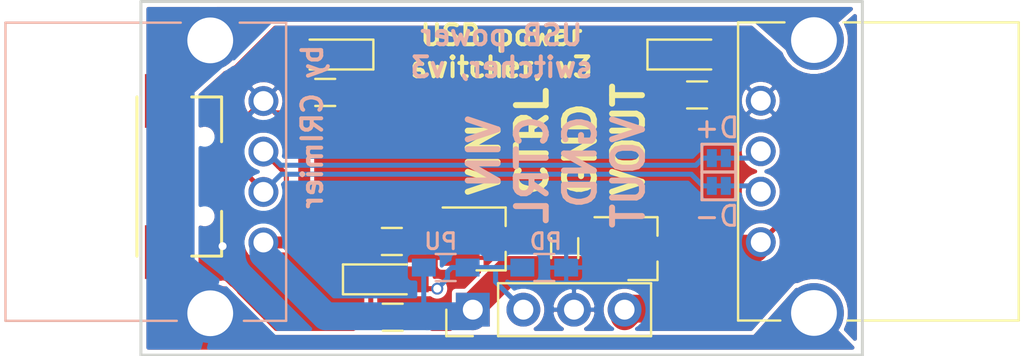
<source format=kicad_pcb>
(kicad_pcb (version 20171130) (host pcbnew 5.1.5+dfsg1-2build2)

  (general
    (thickness 1.6)
    (drawings 10)
    (tracks 116)
    (zones 0)
    (modules 18)
    (nets 14)
  )

  (page A4)
  (layers
    (0 F.Cu signal)
    (31 B.Cu signal)
    (32 B.Adhes user)
    (33 F.Adhes user)
    (34 B.Paste user)
    (35 F.Paste user)
    (36 B.SilkS user)
    (37 F.SilkS user)
    (38 B.Mask user)
    (39 F.Mask user)
    (40 Dwgs.User user)
    (41 Cmts.User user)
    (42 Eco1.User user)
    (43 Eco2.User user)
    (44 Edge.Cuts user)
    (45 Margin user)
    (46 B.CrtYd user)
    (47 F.CrtYd user)
    (48 B.Fab user hide)
    (49 F.Fab user hide)
  )

  (setup
    (last_trace_width 0.25)
    (user_trace_width 0.5)
    (user_trace_width 0.6)
    (user_trace_width 0.7)
    (user_trace_width 0.8)
    (user_trace_width 0.9)
    (user_trace_width 1)
    (user_trace_width 1.2)
    (user_trace_width 1.4)
    (trace_clearance 0.2)
    (zone_clearance 0.2)
    (zone_45_only no)
    (trace_min 0.2)
    (via_size 0.6)
    (via_drill 0.4)
    (via_min_size 0.4)
    (via_min_drill 0.3)
    (uvia_size 0.3)
    (uvia_drill 0.1)
    (uvias_allowed no)
    (uvia_min_size 0.2)
    (uvia_min_drill 0.1)
    (edge_width 0.15)
    (segment_width 0.2)
    (pcb_text_width 0.3)
    (pcb_text_size 1.5 1.5)
    (mod_edge_width 0.15)
    (mod_text_size 1 1)
    (mod_text_width 0.15)
    (pad_size 1.5 1.5)
    (pad_drill 1)
    (pad_to_mask_clearance 0.2)
    (aux_axis_origin 160 88.9)
    (visible_elements 7FFFFFFF)
    (pcbplotparams
      (layerselection 0x010f0_ffffffff)
      (usegerberextensions true)
      (usegerberattributes false)
      (usegerberadvancedattributes false)
      (creategerberjobfile false)
      (excludeedgelayer true)
      (linewidth 0.100000)
      (plotframeref false)
      (viasonmask false)
      (mode 1)
      (useauxorigin true)
      (hpglpennumber 1)
      (hpglpenspeed 20)
      (hpglpendiameter 15.000000)
      (psnegative false)
      (psa4output false)
      (plotreference true)
      (plotvalue true)
      (plotinvisibletext false)
      (padsonsilk false)
      (subtractmaskfromsilk true)
      (outputformat 1)
      (mirror false)
      (drillshape 0)
      (scaleselection 1)
      (outputdirectory "gerbers/"))
  )

  (net 0 "")
  (net 1 GND)
  (net 2 D+)
  (net 3 D-)
  (net 4 +5V)
  (net 5 Earth)
  (net 6 CTRL)
  (net 7 +5VD)
  (net 8 "Net-(Q1-Pad1)")
  (net 9 "Net-(D1-Pad1)")
  (net 10 "Net-(D2-Pad1)")
  (net 11 "Net-(D3-Pad1)")
  (net 12 "Net-(Q1-Pad3)")
  (net 13 "Net-(J6-Pad4)")

  (net_class Default "This is the default net class."
    (clearance 0.2)
    (trace_width 0.25)
    (via_dia 0.6)
    (via_drill 0.4)
    (uvia_dia 0.3)
    (uvia_drill 0.1)
    (add_net +5V)
    (add_net +5VD)
    (add_net CTRL)
    (add_net D+)
    (add_net D-)
    (add_net Earth)
    (add_net GND)
    (add_net "Net-(D1-Pad1)")
    (add_net "Net-(D2-Pad1)")
    (add_net "Net-(D3-Pad1)")
    (add_net "Net-(J6-Pad4)")
    (add_net "Net-(Q1-Pad1)")
    (add_net "Net-(Q1-Pad3)")
  )

  (module Connect:USB_A (layer B.Cu) (tedit 5A877520) (tstamp 5A877508)
    (at 129.95 101.015 90)
    (descr "USB A connector")
    (tags "USB USB_A")
    (path /5A876DAA)
    (fp_text reference J1 (at 0 2.35 90) (layer B.SilkS) hide
      (effects (font (size 1 1) (thickness 0.15)) (justify mirror))
    )
    (fp_text value IN (at 3.84 -7.44 90) (layer B.Fab)
      (effects (font (size 1 1) (thickness 0.15)) (justify mirror))
    )
    (fp_line (start -5.3 -13.2) (end -5.3 1.4) (layer B.CrtYd) (width 0.05))
    (fp_line (start 11.95 1.4) (end 11.95 -13.2) (layer B.CrtYd) (width 0.05))
    (fp_line (start -5.3 -13.2) (end 11.95 -13.2) (layer B.CrtYd) (width 0.05))
    (fp_line (start -5.3 1.4) (end 11.95 1.4) (layer B.CrtYd) (width 0.05))
    (fp_line (start 11.05 1.14) (end 11.05 -1.19) (layer B.SilkS) (width 0.12))
    (fp_line (start -3.94 1.14) (end -3.94 -0.98) (layer B.SilkS) (width 0.12))
    (fp_line (start 11.05 1.14) (end -3.94 1.14) (layer B.SilkS) (width 0.12))
    (fp_line (start 11.05 -12.95) (end -3.94 -12.95) (layer B.SilkS) (width 0.12))
    (fp_line (start 11.05 -4.15) (end 11.05 -12.95) (layer B.SilkS) (width 0.12))
    (fp_line (start -3.94 -4.35) (end -3.94 -12.95) (layer B.SilkS) (width 0.12))
    (pad 4 thru_hole circle (at 7.11 0 180) (size 1.5 1.5) (drill 1) (layers *.Cu *.Mask)
      (net 1 GND))
    (pad 3 thru_hole circle (at 4.57 0 180) (size 1.5 1.5) (drill 1) (layers *.Cu *.Mask)
      (net 2 D+))
    (pad 2 thru_hole circle (at 2.54 0 180) (size 1.5 1.5) (drill 1) (layers *.Cu *.Mask)
      (net 3 D-))
    (pad 1 thru_hole circle (at 0 0 180) (size 1.5 1.5) (drill 1) (layers *.Cu *.Mask)
      (net 4 +5V))
    (pad 5 thru_hole circle (at 10.16 -2.67 180) (size 3 3) (drill 2.3) (layers *.Cu *.Mask)
      (net 5 Earth))
    (pad 5 thru_hole circle (at -3.56 -2.67 180) (size 3 3) (drill 2.3) (layers *.Cu *.Mask)
      (net 5 Earth))
    (model ${KISYS3DMOD}/Connectors.3dshapes/USB_A.wrl
      (offset (xyz 3.555999946594238 0 0))
      (scale (xyz 1 1 1))
      (rotate (xyz 0 0 90))
    )
  )

  (module Pin_Headers:Pin_Header_Straight_1x04_Pitch2.54mm (layer F.Cu) (tedit 5A87850E) (tstamp 5A877510)
    (at 140.462 104.394 90)
    (descr "Through hole straight pin header, 1x04, 2.54mm pitch, single row")
    (tags "Through hole pin header THT 1x04 2.54mm single row")
    (path /5A876FD8)
    (fp_text reference J2 (at 0 -2.33 90) (layer F.SilkS) hide
      (effects (font (size 1 1) (thickness 0.15)))
    )
    (fp_text value Conn_01x04 (at 0 9.95 90) (layer F.Fab)
      (effects (font (size 1 1) (thickness 0.15)))
    )
    (fp_line (start -0.635 -1.27) (end 1.27 -1.27) (layer F.Fab) (width 0.1))
    (fp_line (start 1.27 -1.27) (end 1.27 8.89) (layer F.Fab) (width 0.1))
    (fp_line (start 1.27 8.89) (end -1.27 8.89) (layer F.Fab) (width 0.1))
    (fp_line (start -1.27 8.89) (end -1.27 -0.635) (layer F.Fab) (width 0.1))
    (fp_line (start -1.27 -0.635) (end -0.635 -1.27) (layer F.Fab) (width 0.1))
    (fp_line (start -1.33 8.95) (end 1.33 8.95) (layer F.SilkS) (width 0.12))
    (fp_line (start -1.33 1.27) (end -1.33 8.95) (layer F.SilkS) (width 0.12))
    (fp_line (start 1.33 1.27) (end 1.33 8.95) (layer F.SilkS) (width 0.12))
    (fp_line (start -1.33 1.27) (end 1.33 1.27) (layer F.SilkS) (width 0.12))
    (fp_line (start -1.33 0) (end -1.33 -1.33) (layer F.SilkS) (width 0.12))
    (fp_line (start -1.33 -1.33) (end 0 -1.33) (layer F.SilkS) (width 0.12))
    (fp_line (start -1.8 -1.8) (end -1.8 9.4) (layer F.CrtYd) (width 0.05))
    (fp_line (start -1.8 9.4) (end 1.8 9.4) (layer F.CrtYd) (width 0.05))
    (fp_line (start 1.8 9.4) (end 1.8 -1.8) (layer F.CrtYd) (width 0.05))
    (fp_line (start 1.8 -1.8) (end -1.8 -1.8) (layer F.CrtYd) (width 0.05))
    (fp_text user %R (at 0 3.81 180) (layer F.Fab)
      (effects (font (size 1 1) (thickness 0.15)))
    )
    (pad 1 thru_hole rect (at 0 0 90) (size 1.7 1.7) (drill 1) (layers *.Cu *.Mask)
      (net 4 +5V))
    (pad 2 thru_hole oval (at 0 2.54 90) (size 1.7 1.7) (drill 1) (layers *.Cu *.Mask)
      (net 6 CTRL))
    (pad 3 thru_hole oval (at 0 5.08 90) (size 1.7 1.7) (drill 1) (layers *.Cu *.Mask)
      (net 1 GND))
    (pad 4 thru_hole oval (at 0 7.62 90) (size 1.7 1.7) (drill 1) (layers *.Cu *.Mask)
      (net 7 +5VD))
    (model ${KISYS3DMOD}/Pin_Headers.3dshapes/Pin_Header_Straight_1x04_Pitch2.54mm.wrl
      (at (xyz 0 0 0))
      (scale (xyz 1 1 1))
      (rotate (xyz 0 0 0))
    )
  )

  (module Connect:USB_A (layer F.Cu) (tedit 5A877523) (tstamp 5A87751A)
    (at 154.92 101 90)
    (descr "USB A connector")
    (tags "USB USB_A")
    (path /5A876E02)
    (fp_text reference J3 (at 0 -2.35 90) (layer F.SilkS) hide
      (effects (font (size 1 1) (thickness 0.15)))
    )
    (fp_text value OUT (at 3.84 7.44 90) (layer F.Fab)
      (effects (font (size 1 1) (thickness 0.15)))
    )
    (fp_line (start -5.3 13.2) (end -5.3 -1.4) (layer F.CrtYd) (width 0.05))
    (fp_line (start 11.95 -1.4) (end 11.95 13.2) (layer F.CrtYd) (width 0.05))
    (fp_line (start -5.3 13.2) (end 11.95 13.2) (layer F.CrtYd) (width 0.05))
    (fp_line (start -5.3 -1.4) (end 11.95 -1.4) (layer F.CrtYd) (width 0.05))
    (fp_line (start 11.05 -1.14) (end 11.05 1.19) (layer F.SilkS) (width 0.12))
    (fp_line (start -3.94 -1.14) (end -3.94 0.98) (layer F.SilkS) (width 0.12))
    (fp_line (start 11.05 -1.14) (end -3.94 -1.14) (layer F.SilkS) (width 0.12))
    (fp_line (start 11.05 12.95) (end -3.94 12.95) (layer F.SilkS) (width 0.12))
    (fp_line (start 11.05 4.15) (end 11.05 12.95) (layer F.SilkS) (width 0.12))
    (fp_line (start -3.94 4.35) (end -3.94 12.95) (layer F.SilkS) (width 0.12))
    (pad 4 thru_hole circle (at 7.11 0) (size 1.5 1.5) (drill 1) (layers *.Cu *.Mask)
      (net 1 GND))
    (pad 3 thru_hole circle (at 4.57 0) (size 1.5 1.5) (drill 1) (layers *.Cu *.Mask)
      (net 2 D+))
    (pad 2 thru_hole circle (at 2.54 0) (size 1.5 1.5) (drill 1) (layers *.Cu *.Mask)
      (net 3 D-))
    (pad 1 thru_hole circle (at 0 0) (size 1.5 1.5) (drill 1) (layers *.Cu *.Mask)
      (net 7 +5VD))
    (pad 5 thru_hole circle (at 10.16 2.67) (size 3 3) (drill 2.3) (layers *.Cu *.Mask)
      (net 5 Earth))
    (pad 5 thru_hole circle (at -3.56 2.67) (size 3 3) (drill 2.3) (layers *.Cu *.Mask)
      (net 5 Earth))
    (model ${KISYS3DMOD}/Connectors.3dshapes/USB_A.wrl
      (offset (xyz 3.555999946594238 0 0))
      (scale (xyz 1 1 1))
      (rotate (xyz 0 0 90))
    )
  )

  (module TO_SOT_Packages_SMD:SOT-23_Handsoldering (layer F.Cu) (tedit 5A877921) (tstamp 5A87752D)
    (at 141.351 100.838)
    (descr "SOT-23, Handsoldering")
    (tags SOT-23)
    (path /5BCD062D)
    (attr smd)
    (fp_text reference Q1 (at 0 -2.5) (layer F.SilkS) hide
      (effects (font (size 1 1) (thickness 0.15)))
    )
    (fp_text value Q_NPN_BEC (at 0 2.5) (layer F.Fab)
      (effects (font (size 1 1) (thickness 0.15)))
    )
    (fp_text user %R (at 0 0 90) (layer F.Fab)
      (effects (font (size 0.5 0.5) (thickness 0.075)))
    )
    (fp_line (start 0.76 1.58) (end 0.76 0.65) (layer F.SilkS) (width 0.12))
    (fp_line (start 0.76 -1.58) (end 0.76 -0.65) (layer F.SilkS) (width 0.12))
    (fp_line (start -2.7 -1.75) (end 2.7 -1.75) (layer F.CrtYd) (width 0.05))
    (fp_line (start 2.7 -1.75) (end 2.7 1.75) (layer F.CrtYd) (width 0.05))
    (fp_line (start 2.7 1.75) (end -2.7 1.75) (layer F.CrtYd) (width 0.05))
    (fp_line (start -2.7 1.75) (end -2.7 -1.75) (layer F.CrtYd) (width 0.05))
    (fp_line (start 0.76 -1.58) (end -2.4 -1.58) (layer F.SilkS) (width 0.12))
    (fp_line (start -0.7 -0.95) (end -0.7 1.5) (layer F.Fab) (width 0.1))
    (fp_line (start -0.15 -1.52) (end 0.7 -1.52) (layer F.Fab) (width 0.1))
    (fp_line (start -0.7 -0.95) (end -0.15 -1.52) (layer F.Fab) (width 0.1))
    (fp_line (start 0.7 -1.52) (end 0.7 1.52) (layer F.Fab) (width 0.1))
    (fp_line (start -0.7 1.52) (end 0.7 1.52) (layer F.Fab) (width 0.1))
    (fp_line (start 0.76 1.58) (end -0.7 1.58) (layer F.SilkS) (width 0.12))
    (pad 1 smd rect (at -1.5 -0.95) (size 1.9 0.8) (layers F.Cu F.Paste F.Mask)
      (net 8 "Net-(Q1-Pad1)"))
    (pad 2 smd rect (at -1.5 0.95) (size 1.9 0.8) (layers F.Cu F.Paste F.Mask)
      (net 1 GND))
    (pad 3 smd rect (at 1.5 0) (size 1.9 0.8) (layers F.Cu F.Paste F.Mask)
      (net 12 "Net-(Q1-Pad3)"))
    (model ${KISYS3DMOD}/TO_SOT_Packages_SMD.3dshapes\SOT-23.wrl
      (at (xyz 0 0 0))
      (scale (xyz 1 1 1))
      (rotate (xyz 0 0 0))
    )
  )

  (module TO_SOT_Packages_SMD:SOT-23_Handsoldering (layer F.Cu) (tedit 5A87792C) (tstamp 5A877534)
    (at 148.975 101.325)
    (descr "SOT-23, Handsoldering")
    (tags SOT-23)
    (path /5A877AC8)
    (attr smd)
    (fp_text reference Q2 (at 0 -2.5) (layer F.SilkS) hide
      (effects (font (size 1 1) (thickness 0.15)))
    )
    (fp_text value Q_PMOS_GSD (at 0 2.5) (layer F.Fab)
      (effects (font (size 1 1) (thickness 0.15)))
    )
    (fp_text user %R (at 0 0 90) (layer F.Fab)
      (effects (font (size 0.5 0.5) (thickness 0.075)))
    )
    (fp_line (start 0.76 1.58) (end 0.76 0.65) (layer F.SilkS) (width 0.12))
    (fp_line (start 0.76 -1.58) (end 0.76 -0.65) (layer F.SilkS) (width 0.12))
    (fp_line (start -2.7 -1.75) (end 2.7 -1.75) (layer F.CrtYd) (width 0.05))
    (fp_line (start 2.7 -1.75) (end 2.7 1.75) (layer F.CrtYd) (width 0.05))
    (fp_line (start 2.7 1.75) (end -2.7 1.75) (layer F.CrtYd) (width 0.05))
    (fp_line (start -2.7 1.75) (end -2.7 -1.75) (layer F.CrtYd) (width 0.05))
    (fp_line (start 0.76 -1.58) (end -2.4 -1.58) (layer F.SilkS) (width 0.12))
    (fp_line (start -0.7 -0.95) (end -0.7 1.5) (layer F.Fab) (width 0.1))
    (fp_line (start -0.15 -1.52) (end 0.7 -1.52) (layer F.Fab) (width 0.1))
    (fp_line (start -0.7 -0.95) (end -0.15 -1.52) (layer F.Fab) (width 0.1))
    (fp_line (start 0.7 -1.52) (end 0.7 1.52) (layer F.Fab) (width 0.1))
    (fp_line (start -0.7 1.52) (end 0.7 1.52) (layer F.Fab) (width 0.1))
    (fp_line (start 0.76 1.58) (end -0.7 1.58) (layer F.SilkS) (width 0.12))
    (pad 1 smd rect (at -1.5 -0.95) (size 1.9 0.8) (layers F.Cu F.Paste F.Mask)
      (net 12 "Net-(Q1-Pad3)"))
    (pad 2 smd rect (at -1.5 0.95) (size 1.9 0.8) (layers F.Cu F.Paste F.Mask)
      (net 4 +5V))
    (pad 3 smd rect (at 1.5 0) (size 1.9 0.8) (layers F.Cu F.Paste F.Mask)
      (net 7 +5VD))
    (model ${KISYS3DMOD}/TO_SOT_Packages_SMD.3dshapes\SOT-23.wrl
      (at (xyz 0 0 0))
      (scale (xyz 1 1 1))
      (rotate (xyz 0 0 0))
    )
  )

  (module Resistors_SMD:R_0603_HandSoldering (layer F.Cu) (tedit 5A87752F) (tstamp 5A87753A)
    (at 136.398 100.965 180)
    (descr "Resistor SMD 0603, hand soldering")
    (tags "resistor 0603")
    (path /5A877708)
    (attr smd)
    (fp_text reference R1 (at 0 -1.45 180) (layer F.SilkS) hide
      (effects (font (size 1 1) (thickness 0.15)))
    )
    (fp_text value 1K (at 0 1.55 180) (layer F.Fab)
      (effects (font (size 1 1) (thickness 0.15)))
    )
    (fp_text user %R (at 0 0 180) (layer F.Fab)
      (effects (font (size 0.4 0.4) (thickness 0.075)))
    )
    (fp_line (start -0.8 0.4) (end -0.8 -0.4) (layer F.Fab) (width 0.1))
    (fp_line (start 0.8 0.4) (end -0.8 0.4) (layer F.Fab) (width 0.1))
    (fp_line (start 0.8 -0.4) (end 0.8 0.4) (layer F.Fab) (width 0.1))
    (fp_line (start -0.8 -0.4) (end 0.8 -0.4) (layer F.Fab) (width 0.1))
    (fp_line (start 0.5 0.68) (end -0.5 0.68) (layer F.SilkS) (width 0.12))
    (fp_line (start -0.5 -0.68) (end 0.5 -0.68) (layer F.SilkS) (width 0.12))
    (fp_line (start -1.96 -0.7) (end 1.95 -0.7) (layer F.CrtYd) (width 0.05))
    (fp_line (start -1.96 -0.7) (end -1.96 0.7) (layer F.CrtYd) (width 0.05))
    (fp_line (start 1.95 0.7) (end 1.95 -0.7) (layer F.CrtYd) (width 0.05))
    (fp_line (start 1.95 0.7) (end -1.96 0.7) (layer F.CrtYd) (width 0.05))
    (pad 1 smd rect (at -1.1 0 180) (size 1.2 0.9) (layers F.Cu F.Paste F.Mask)
      (net 8 "Net-(Q1-Pad1)"))
    (pad 2 smd rect (at 1.1 0 180) (size 1.2 0.9) (layers F.Cu F.Paste F.Mask)
      (net 6 CTRL))
    (model ${KISYS3DMOD}/Resistors_SMD.3dshapes/R_0603.wrl
      (at (xyz 0 0 0))
      (scale (xyz 1 1 1))
      (rotate (xyz 0 0 0))
    )
  )

  (module Resistors_SMD:R_0603_HandSoldering (layer B.Cu) (tedit 5BCD07A4) (tstamp 5A877540)
    (at 139.1 102.275)
    (descr "Resistor SMD 0603, hand soldering")
    (tags "resistor 0603")
    (path /5A876F56)
    (attr smd)
    (fp_text reference R2 (at 0 -1.437) (layer B.SilkS) hide
      (effects (font (size 1 1) (thickness 0.15)) (justify mirror))
    )
    (fp_text value 10K (at 0 -1.55) (layer B.Fab)
      (effects (font (size 1 1) (thickness 0.15)) (justify mirror))
    )
    (fp_text user %R (at 0 0) (layer B.Fab)
      (effects (font (size 0.4 0.4) (thickness 0.075)) (justify mirror))
    )
    (fp_line (start -0.8 -0.4) (end -0.8 0.4) (layer B.Fab) (width 0.1))
    (fp_line (start 0.8 -0.4) (end -0.8 -0.4) (layer B.Fab) (width 0.1))
    (fp_line (start 0.8 0.4) (end 0.8 -0.4) (layer B.Fab) (width 0.1))
    (fp_line (start -0.8 0.4) (end 0.8 0.4) (layer B.Fab) (width 0.1))
    (fp_line (start 0.5 -0.68) (end -0.5 -0.68) (layer B.SilkS) (width 0.12))
    (fp_line (start -0.5 0.68) (end 0.5 0.68) (layer B.SilkS) (width 0.12))
    (fp_line (start -1.96 0.7) (end 1.95 0.7) (layer B.CrtYd) (width 0.05))
    (fp_line (start -1.96 0.7) (end -1.96 -0.7) (layer B.CrtYd) (width 0.05))
    (fp_line (start 1.95 -0.7) (end 1.95 0.7) (layer B.CrtYd) (width 0.05))
    (fp_line (start 1.95 -0.7) (end -1.96 -0.7) (layer B.CrtYd) (width 0.05))
    (pad 1 smd rect (at -1.1 0) (size 1.2 0.9) (layers B.Cu B.Paste B.Mask)
      (net 4 +5V))
    (pad 2 smd rect (at 1.1 0) (size 1.2 0.9) (layers B.Cu B.Paste B.Mask)
      (net 6 CTRL))
    (model ${KISYS3DMOD}/Resistors_SMD.3dshapes/R_0603.wrl
      (at (xyz 0 0 0))
      (scale (xyz 1 1 1))
      (rotate (xyz 0 0 0))
    )
  )

  (module Resistors_SMD:R_0603_HandSoldering (layer B.Cu) (tedit 5BCD07A2) (tstamp 5A877546)
    (at 144.05 102.275)
    (descr "Resistor SMD 0603, hand soldering")
    (tags "resistor 0603")
    (path /5A87717B)
    (attr smd)
    (fp_text reference R3 (at 0.222 -1.437) (layer B.SilkS) hide
      (effects (font (size 1 1) (thickness 0.15)) (justify mirror))
    )
    (fp_text value 10K (at 0 -1.55) (layer B.Fab)
      (effects (font (size 1 1) (thickness 0.15)) (justify mirror))
    )
    (fp_text user %R (at 0 0) (layer B.Fab)
      (effects (font (size 0.4 0.4) (thickness 0.075)) (justify mirror))
    )
    (fp_line (start -0.8 -0.4) (end -0.8 0.4) (layer B.Fab) (width 0.1))
    (fp_line (start 0.8 -0.4) (end -0.8 -0.4) (layer B.Fab) (width 0.1))
    (fp_line (start 0.8 0.4) (end 0.8 -0.4) (layer B.Fab) (width 0.1))
    (fp_line (start -0.8 0.4) (end 0.8 0.4) (layer B.Fab) (width 0.1))
    (fp_line (start 0.5 -0.68) (end -0.5 -0.68) (layer B.SilkS) (width 0.12))
    (fp_line (start -0.5 0.68) (end 0.5 0.68) (layer B.SilkS) (width 0.12))
    (fp_line (start -1.96 0.7) (end 1.95 0.7) (layer B.CrtYd) (width 0.05))
    (fp_line (start -1.96 0.7) (end -1.96 -0.7) (layer B.CrtYd) (width 0.05))
    (fp_line (start 1.95 -0.7) (end 1.95 0.7) (layer B.CrtYd) (width 0.05))
    (fp_line (start 1.95 -0.7) (end -1.96 -0.7) (layer B.CrtYd) (width 0.05))
    (pad 1 smd rect (at -1.1 0) (size 1.2 0.9) (layers B.Cu B.Paste B.Mask)
      (net 6 CTRL))
    (pad 2 smd rect (at 1.1 0) (size 1.2 0.9) (layers B.Cu B.Paste B.Mask)
      (net 1 GND))
    (model ${KISYS3DMOD}/Resistors_SMD.3dshapes/R_0603.wrl
      (at (xyz 0 0 0))
      (scale (xyz 1 1 1))
      (rotate (xyz 0 0 0))
    )
  )

  (module Resistors_SMD:R_0603_HandSoldering (layer F.Cu) (tedit 5A877542) (tstamp 5A87754C)
    (at 145.075 101.3 270)
    (descr "Resistor SMD 0603, hand soldering")
    (tags "resistor 0603")
    (path /5A877CB3)
    (attr smd)
    (fp_text reference R4 (at 0 -1.45 270) (layer F.SilkS) hide
      (effects (font (size 1 1) (thickness 0.15)))
    )
    (fp_text value 10K (at 0 1.55 270) (layer F.Fab)
      (effects (font (size 1 1) (thickness 0.15)))
    )
    (fp_text user %R (at 0 0 270) (layer F.Fab)
      (effects (font (size 0.4 0.4) (thickness 0.075)))
    )
    (fp_line (start -0.8 0.4) (end -0.8 -0.4) (layer F.Fab) (width 0.1))
    (fp_line (start 0.8 0.4) (end -0.8 0.4) (layer F.Fab) (width 0.1))
    (fp_line (start 0.8 -0.4) (end 0.8 0.4) (layer F.Fab) (width 0.1))
    (fp_line (start -0.8 -0.4) (end 0.8 -0.4) (layer F.Fab) (width 0.1))
    (fp_line (start 0.5 0.68) (end -0.5 0.68) (layer F.SilkS) (width 0.12))
    (fp_line (start -0.5 -0.68) (end 0.5 -0.68) (layer F.SilkS) (width 0.12))
    (fp_line (start -1.96 -0.7) (end 1.95 -0.7) (layer F.CrtYd) (width 0.05))
    (fp_line (start -1.96 -0.7) (end -1.96 0.7) (layer F.CrtYd) (width 0.05))
    (fp_line (start 1.95 0.7) (end 1.95 -0.7) (layer F.CrtYd) (width 0.05))
    (fp_line (start 1.95 0.7) (end -1.96 0.7) (layer F.CrtYd) (width 0.05))
    (pad 1 smd rect (at -1.1 0 270) (size 1.2 0.9) (layers F.Cu F.Paste F.Mask)
      (net 12 "Net-(Q1-Pad3)"))
    (pad 2 smd rect (at 1.1 0 270) (size 1.2 0.9) (layers F.Cu F.Paste F.Mask)
      (net 4 +5V))
    (model ${KISYS3DMOD}/Resistors_SMD.3dshapes/R_0603.wrl
      (at (xyz 0 0 0))
      (scale (xyz 1 1 1))
      (rotate (xyz 0 0 0))
    )
  )

  (module LEDs:LED_0805_HandSoldering (layer F.Cu) (tedit 5A8783B3) (tstamp 5A8782F0)
    (at 133.27 91.567 180)
    (descr "Resistor SMD 0805, hand soldering")
    (tags "resistor 0805")
    (path /5A878320)
    (attr smd)
    (fp_text reference D1 (at 0 -1.7 180) (layer F.SilkS) hide
      (effects (font (size 1 1) (thickness 0.15)))
    )
    (fp_text value LED (at 0 1.75 180) (layer F.Fab)
      (effects (font (size 1 1) (thickness 0.15)))
    )
    (fp_line (start -0.4 -0.4) (end -0.4 0.4) (layer F.Fab) (width 0.1))
    (fp_line (start -0.4 0) (end 0.2 -0.4) (layer F.Fab) (width 0.1))
    (fp_line (start 0.2 0.4) (end -0.4 0) (layer F.Fab) (width 0.1))
    (fp_line (start 0.2 -0.4) (end 0.2 0.4) (layer F.Fab) (width 0.1))
    (fp_line (start -1 0.62) (end -1 -0.62) (layer F.Fab) (width 0.1))
    (fp_line (start 1 0.62) (end -1 0.62) (layer F.Fab) (width 0.1))
    (fp_line (start 1 -0.62) (end 1 0.62) (layer F.Fab) (width 0.1))
    (fp_line (start -1 -0.62) (end 1 -0.62) (layer F.Fab) (width 0.1))
    (fp_line (start 1 0.75) (end -2.2 0.75) (layer F.SilkS) (width 0.12))
    (fp_line (start -2.2 -0.75) (end 1 -0.75) (layer F.SilkS) (width 0.12))
    (fp_line (start -2.35 -0.9) (end 2.35 -0.9) (layer F.CrtYd) (width 0.05))
    (fp_line (start -2.35 -0.9) (end -2.35 0.9) (layer F.CrtYd) (width 0.05))
    (fp_line (start 2.35 0.9) (end 2.35 -0.9) (layer F.CrtYd) (width 0.05))
    (fp_line (start 2.35 0.9) (end -2.35 0.9) (layer F.CrtYd) (width 0.05))
    (fp_line (start -2.2 -0.75) (end -2.2 0.75) (layer F.SilkS) (width 0.12))
    (pad 1 smd rect (at -1.35 0 180) (size 1.5 1.3) (layers F.Cu F.Paste F.Mask)
      (net 9 "Net-(D1-Pad1)"))
    (pad 2 smd rect (at 1.35 0 180) (size 1.5 1.3) (layers F.Cu F.Paste F.Mask)
      (net 4 +5V))
    (model ${KISYS3DMOD}/LEDs.3dshapes/LED_0805.wrl
      (at (xyz 0 0 0))
      (scale (xyz 1 1 1))
      (rotate (xyz 0 0 0))
    )
  )

  (module LEDs:LED_0805_HandSoldering (layer F.Cu) (tedit 5A8783B9) (tstamp 5A8782F6)
    (at 151.431 91.567)
    (descr "Resistor SMD 0805, hand soldering")
    (tags "resistor 0805")
    (path /5A8784DE)
    (attr smd)
    (fp_text reference D2 (at 0 -1.7) (layer F.SilkS) hide
      (effects (font (size 1 1) (thickness 0.15)))
    )
    (fp_text value LED (at 0 1.75) (layer F.Fab)
      (effects (font (size 1 1) (thickness 0.15)))
    )
    (fp_line (start -0.4 -0.4) (end -0.4 0.4) (layer F.Fab) (width 0.1))
    (fp_line (start -0.4 0) (end 0.2 -0.4) (layer F.Fab) (width 0.1))
    (fp_line (start 0.2 0.4) (end -0.4 0) (layer F.Fab) (width 0.1))
    (fp_line (start 0.2 -0.4) (end 0.2 0.4) (layer F.Fab) (width 0.1))
    (fp_line (start -1 0.62) (end -1 -0.62) (layer F.Fab) (width 0.1))
    (fp_line (start 1 0.62) (end -1 0.62) (layer F.Fab) (width 0.1))
    (fp_line (start 1 -0.62) (end 1 0.62) (layer F.Fab) (width 0.1))
    (fp_line (start -1 -0.62) (end 1 -0.62) (layer F.Fab) (width 0.1))
    (fp_line (start 1 0.75) (end -2.2 0.75) (layer F.SilkS) (width 0.12))
    (fp_line (start -2.2 -0.75) (end 1 -0.75) (layer F.SilkS) (width 0.12))
    (fp_line (start -2.35 -0.9) (end 2.35 -0.9) (layer F.CrtYd) (width 0.05))
    (fp_line (start -2.35 -0.9) (end -2.35 0.9) (layer F.CrtYd) (width 0.05))
    (fp_line (start 2.35 0.9) (end 2.35 -0.9) (layer F.CrtYd) (width 0.05))
    (fp_line (start 2.35 0.9) (end -2.35 0.9) (layer F.CrtYd) (width 0.05))
    (fp_line (start -2.2 -0.75) (end -2.2 0.75) (layer F.SilkS) (width 0.12))
    (pad 1 smd rect (at -1.35 0) (size 1.5 1.3) (layers F.Cu F.Paste F.Mask)
      (net 10 "Net-(D2-Pad1)"))
    (pad 2 smd rect (at 1.35 0) (size 1.5 1.3) (layers F.Cu F.Paste F.Mask)
      (net 7 +5VD))
    (model ${KISYS3DMOD}/LEDs.3dshapes/LED_0805.wrl
      (at (xyz 0 0 0))
      (scale (xyz 1 1 1))
      (rotate (xyz 0 0 0))
    )
  )

  (module Resistors_SMD:R_0603_HandSoldering (layer F.Cu) (tedit 5A8783AD) (tstamp 5A8782FC)
    (at 133.053 93.472)
    (descr "Resistor SMD 0603, hand soldering")
    (tags "resistor 0603")
    (path /5A8783FF)
    (attr smd)
    (fp_text reference R5 (at 0 -1.45) (layer F.SilkS) hide
      (effects (font (size 1 1) (thickness 0.15)))
    )
    (fp_text value 1K (at 0 1.55) (layer F.Fab)
      (effects (font (size 1 1) (thickness 0.15)))
    )
    (fp_text user %R (at 0 0) (layer F.Fab)
      (effects (font (size 0.4 0.4) (thickness 0.075)))
    )
    (fp_line (start -0.8 0.4) (end -0.8 -0.4) (layer F.Fab) (width 0.1))
    (fp_line (start 0.8 0.4) (end -0.8 0.4) (layer F.Fab) (width 0.1))
    (fp_line (start 0.8 -0.4) (end 0.8 0.4) (layer F.Fab) (width 0.1))
    (fp_line (start -0.8 -0.4) (end 0.8 -0.4) (layer F.Fab) (width 0.1))
    (fp_line (start 0.5 0.68) (end -0.5 0.68) (layer F.SilkS) (width 0.12))
    (fp_line (start -0.5 -0.68) (end 0.5 -0.68) (layer F.SilkS) (width 0.12))
    (fp_line (start -1.96 -0.7) (end 1.95 -0.7) (layer F.CrtYd) (width 0.05))
    (fp_line (start -1.96 -0.7) (end -1.96 0.7) (layer F.CrtYd) (width 0.05))
    (fp_line (start 1.95 0.7) (end 1.95 -0.7) (layer F.CrtYd) (width 0.05))
    (fp_line (start 1.95 0.7) (end -1.96 0.7) (layer F.CrtYd) (width 0.05))
    (pad 1 smd rect (at -1.1 0) (size 1.2 0.9) (layers F.Cu F.Paste F.Mask)
      (net 1 GND))
    (pad 2 smd rect (at 1.1 0) (size 1.2 0.9) (layers F.Cu F.Paste F.Mask)
      (net 9 "Net-(D1-Pad1)"))
    (model ${KISYS3DMOD}/Resistors_SMD.3dshapes/R_0603.wrl
      (at (xyz 0 0 0))
      (scale (xyz 1 1 1))
      (rotate (xyz 0 0 0))
    )
  )

  (module Resistors_SMD:R_0603_HandSoldering (layer F.Cu) (tedit 5A8783B5) (tstamp 5A878302)
    (at 151.722 93.599 180)
    (descr "Resistor SMD 0603, hand soldering")
    (tags "resistor 0603")
    (path /5A8784EA)
    (attr smd)
    (fp_text reference R6 (at 0 -1.45 180) (layer F.SilkS) hide
      (effects (font (size 1 1) (thickness 0.15)))
    )
    (fp_text value 1K (at 0 1.55 180) (layer F.Fab)
      (effects (font (size 1 1) (thickness 0.15)))
    )
    (fp_text user %R (at 0 0 180) (layer F.Fab)
      (effects (font (size 0.4 0.4) (thickness 0.075)))
    )
    (fp_line (start -0.8 0.4) (end -0.8 -0.4) (layer F.Fab) (width 0.1))
    (fp_line (start 0.8 0.4) (end -0.8 0.4) (layer F.Fab) (width 0.1))
    (fp_line (start 0.8 -0.4) (end 0.8 0.4) (layer F.Fab) (width 0.1))
    (fp_line (start -0.8 -0.4) (end 0.8 -0.4) (layer F.Fab) (width 0.1))
    (fp_line (start 0.5 0.68) (end -0.5 0.68) (layer F.SilkS) (width 0.12))
    (fp_line (start -0.5 -0.68) (end 0.5 -0.68) (layer F.SilkS) (width 0.12))
    (fp_line (start -1.96 -0.7) (end 1.95 -0.7) (layer F.CrtYd) (width 0.05))
    (fp_line (start -1.96 -0.7) (end -1.96 0.7) (layer F.CrtYd) (width 0.05))
    (fp_line (start 1.95 0.7) (end 1.95 -0.7) (layer F.CrtYd) (width 0.05))
    (fp_line (start 1.95 0.7) (end -1.96 0.7) (layer F.CrtYd) (width 0.05))
    (pad 1 smd rect (at -1.1 0 180) (size 1.2 0.9) (layers F.Cu F.Paste F.Mask)
      (net 1 GND))
    (pad 2 smd rect (at 1.1 0 180) (size 1.2 0.9) (layers F.Cu F.Paste F.Mask)
      (net 10 "Net-(D2-Pad1)"))
    (model ${KISYS3DMOD}/Resistors_SMD.3dshapes/R_0603.wrl
      (at (xyz 0 0 0))
      (scale (xyz 1 1 1))
      (rotate (xyz 0 0 0))
    )
  )

  (module LEDs:LED_0805_HandSoldering (layer F.Cu) (tedit 5A8784FC) (tstamp 5A87848E)
    (at 136.144 102.87)
    (descr "Resistor SMD 0805, hand soldering")
    (tags "resistor 0805")
    (path /5A878A72)
    (attr smd)
    (fp_text reference D3 (at 0 -1.7) (layer F.SilkS) hide
      (effects (font (size 1 1) (thickness 0.15)))
    )
    (fp_text value LED (at 0 1.75) (layer F.Fab)
      (effects (font (size 1 1) (thickness 0.15)))
    )
    (fp_line (start -0.4 -0.4) (end -0.4 0.4) (layer F.Fab) (width 0.1))
    (fp_line (start -0.4 0) (end 0.2 -0.4) (layer F.Fab) (width 0.1))
    (fp_line (start 0.2 0.4) (end -0.4 0) (layer F.Fab) (width 0.1))
    (fp_line (start 0.2 -0.4) (end 0.2 0.4) (layer F.Fab) (width 0.1))
    (fp_line (start -1 0.62) (end -1 -0.62) (layer F.Fab) (width 0.1))
    (fp_line (start 1 0.62) (end -1 0.62) (layer F.Fab) (width 0.1))
    (fp_line (start 1 -0.62) (end 1 0.62) (layer F.Fab) (width 0.1))
    (fp_line (start -1 -0.62) (end 1 -0.62) (layer F.Fab) (width 0.1))
    (fp_line (start 1 0.75) (end -2.2 0.75) (layer F.SilkS) (width 0.12))
    (fp_line (start -2.2 -0.75) (end 1 -0.75) (layer F.SilkS) (width 0.12))
    (fp_line (start -2.35 -0.9) (end 2.35 -0.9) (layer F.CrtYd) (width 0.05))
    (fp_line (start -2.35 -0.9) (end -2.35 0.9) (layer F.CrtYd) (width 0.05))
    (fp_line (start 2.35 0.9) (end 2.35 -0.9) (layer F.CrtYd) (width 0.05))
    (fp_line (start 2.35 0.9) (end -2.35 0.9) (layer F.CrtYd) (width 0.05))
    (fp_line (start -2.2 -0.75) (end -2.2 0.75) (layer F.SilkS) (width 0.12))
    (pad 1 smd rect (at -1.35 0) (size 1.5 1.3) (layers F.Cu F.Paste F.Mask)
      (net 11 "Net-(D3-Pad1)"))
    (pad 2 smd rect (at 1.35 0) (size 1.5 1.3) (layers F.Cu F.Paste F.Mask)
      (net 6 CTRL))
    (model ${KISYS3DMOD}/LEDs.3dshapes/LED_0805.wrl
      (at (xyz 0 0 0))
      (scale (xyz 1 1 1))
      (rotate (xyz 0 0 0))
    )
  )

  (module Resistors_SMD:R_0603_HandSoldering (layer F.Cu) (tedit 5A8784FF) (tstamp 5A878494)
    (at 136.441 104.775 180)
    (descr "Resistor SMD 0603, hand soldering")
    (tags "resistor 0603")
    (path /5A878A78)
    (attr smd)
    (fp_text reference R7 (at 0 -1.45 180) (layer F.SilkS) hide
      (effects (font (size 1 1) (thickness 0.15)))
    )
    (fp_text value 1K (at 0 1.55 180) (layer F.Fab)
      (effects (font (size 1 1) (thickness 0.15)))
    )
    (fp_text user %R (at 0 0 180) (layer F.Fab)
      (effects (font (size 0.4 0.4) (thickness 0.075)))
    )
    (fp_line (start -0.8 0.4) (end -0.8 -0.4) (layer F.Fab) (width 0.1))
    (fp_line (start 0.8 0.4) (end -0.8 0.4) (layer F.Fab) (width 0.1))
    (fp_line (start 0.8 -0.4) (end 0.8 0.4) (layer F.Fab) (width 0.1))
    (fp_line (start -0.8 -0.4) (end 0.8 -0.4) (layer F.Fab) (width 0.1))
    (fp_line (start 0.5 0.68) (end -0.5 0.68) (layer F.SilkS) (width 0.12))
    (fp_line (start -0.5 -0.68) (end 0.5 -0.68) (layer F.SilkS) (width 0.12))
    (fp_line (start -1.96 -0.7) (end 1.95 -0.7) (layer F.CrtYd) (width 0.05))
    (fp_line (start -1.96 -0.7) (end -1.96 0.7) (layer F.CrtYd) (width 0.05))
    (fp_line (start 1.95 0.7) (end 1.95 -0.7) (layer F.CrtYd) (width 0.05))
    (fp_line (start 1.95 0.7) (end -1.96 0.7) (layer F.CrtYd) (width 0.05))
    (pad 1 smd rect (at -1.1 0 180) (size 1.2 0.9) (layers F.Cu F.Paste F.Mask)
      (net 1 GND))
    (pad 2 smd rect (at 1.1 0 180) (size 1.2 0.9) (layers F.Cu F.Paste F.Mask)
      (net 11 "Net-(D3-Pad1)"))
    (model ${KISYS3DMOD}/Resistors_SMD.3dshapes/R_0603.wrl
      (at (xyz 0 0 0))
      (scale (xyz 1 1 1))
      (rotate (xyz 0 0 0))
    )
  )

  (module usb_power_switcher:MICROUSB_SIMPLE (layer F.Cu) (tedit 5AC0D679) (tstamp 5AC0D3C5)
    (at 127.6 97.7 90)
    (path /5AC0D2EF)
    (fp_text reference J6 (at -2.75 2 90) (layer F.SilkS) hide
      (effects (font (size 1 1) (thickness 0.15)))
    )
    (fp_text value USB_OTG (at -0.75 -5 90) (layer F.Fab)
      (effects (font (size 1 1) (thickness 0.15)))
    )
    (fp_line (start -4 -4) (end 4 -4) (layer F.SilkS) (width 0.15))
    (fp_line (start 4 0.25) (end 4 -1.25) (layer F.SilkS) (width 0.15))
    (fp_line (start 1.75 0.25) (end 4 0.25) (layer F.SilkS) (width 0.15))
    (fp_line (start -4 -1.25) (end -4 0.25) (layer F.SilkS) (width 0.15))
    (fp_line (start -1.75 0.25) (end -4 0.25) (layer F.SilkS) (width 0.15))
    (pad 1 smd rect (at 1.25 0 90) (size 0.4 1.5) (layers F.Cu F.Paste F.Mask)
      (net 4 +5V))
    (pad 2 smd rect (at 0.625 0 90) (size 0.4 1.5) (layers F.Cu F.Paste F.Mask)
      (net 3 D-))
    (pad 3 smd rect (at 0 0 90) (size 0.4 1.5) (layers F.Cu F.Paste F.Mask)
      (net 2 D+))
    (pad 4 smd rect (at -0.625 0 90) (size 0.4 1.5) (layers F.Cu F.Paste F.Mask)
      (net 13 "Net-(J6-Pad4)"))
    (pad 5 smd rect (at -1.25 0 90) (size 0.4 1.5) (layers F.Cu F.Paste F.Mask)
      (net 1 GND))
    (pad 6 smd rect (at -1.1 -2.5 90) (size 1.8 1.8) (layers F.Cu F.Paste F.Mask)
      (net 5 Earth))
    (pad 6 smd rect (at 1.1 -2.5 90) (size 1.8 1.8) (layers F.Cu F.Paste F.Mask)
      (net 5 Earth))
    (pad 6 smd rect (at 3.8 -2.6 90) (size 2.7 2) (layers F.Cu F.Paste F.Mask)
      (net 5 Earth))
    (pad 6 smd rect (at -3.8 -2.6 90) (size 2.7 2) (layers F.Cu F.Paste F.Mask)
      (net 5 Earth))
    (pad "" np_thru_hole circle (at 2 -0.6 90) (size 0.6 0.6) (drill 0.6) (layers *.Cu *.Mask))
    (pad "" np_thru_hole circle (at -2 -0.6 90) (size 0.6 0.6) (drill 0.6) (layers *.Cu *.Mask))
  )

  (module fp:GS2_SMALL (layer B.Cu) (tedit 58C916A5) (tstamp 5BCD0168)
    (at 153.162 96.774 270)
    (descr "3-pin solder bridge")
    (tags "solder bridge")
    (path /5A87731C)
    (attr smd)
    (fp_text reference J4 (at -1.8 0.3) (layer B.SilkS) hide
      (effects (font (size 1 1) (thickness 0.15)) (justify mirror))
    )
    (fp_text value D+ (at -1.524 0.446) (layer B.SilkS)
      (effects (font (size 1 1) (thickness 0.15)) (justify mirror))
    )
    (fp_line (start -1 1.5) (end -1 -0.8) (layer B.CrtYd) (width 0.15))
    (fp_line (start 1 -0.8) (end 1 1.5) (layer B.CrtYd) (width 0.15))
    (fp_line (start 1 -0.8) (end -1 -0.8) (layer B.CrtYd) (width 0.15))
    (fp_line (start 0.7 -0.5) (end 0.7 1.2) (layer B.SilkS) (width 0.15))
    (fp_line (start -0.7 -0.5) (end 0.7 -0.5) (layer B.SilkS) (width 0.15))
    (fp_line (start -0.7 1.2) (end -0.7 -0.5) (layer B.SilkS) (width 0.15))
    (fp_line (start -0.7 -0.5) (end 0.7 -0.5) (layer B.SilkS) (width 0.15))
    (fp_line (start -1 1.5) (end 1 1.5) (layer B.CrtYd) (width 0.15))
    (fp_line (start -0.7 1.2) (end 0.7 1.2) (layer B.SilkS) (width 0.15))
    (pad 1 smd rect (at 0 0.7 270) (size 0.9 0.5) (layers B.Cu B.Paste B.Mask)
      (net 2 D+))
    (pad 2 smd rect (at 0 0 270) (size 0.9 0.5) (layers B.Cu B.Paste B.Mask)
      (net 2 D+))
  )

  (module fp:GS2_SMALL (layer B.Cu) (tedit 58C916A5) (tstamp 5BCD0698)
    (at 153.162 98.171 270)
    (descr "3-pin solder bridge")
    (tags "solder bridge")
    (path /5A877409)
    (attr smd)
    (fp_text reference J5 (at -1.8 0.3) (layer B.SilkS) hide
      (effects (font (size 1 1) (thickness 0.15)) (justify mirror))
    )
    (fp_text value D- (at 1.524 0.446) (layer B.SilkS)
      (effects (font (size 1 1) (thickness 0.15)) (justify mirror))
    )
    (fp_line (start -1 1.5) (end -1 -0.8) (layer B.CrtYd) (width 0.15))
    (fp_line (start 1 -0.8) (end 1 1.5) (layer B.CrtYd) (width 0.15))
    (fp_line (start 1 -0.8) (end -1 -0.8) (layer B.CrtYd) (width 0.15))
    (fp_line (start 0.7 -0.5) (end 0.7 1.2) (layer B.SilkS) (width 0.15))
    (fp_line (start -0.7 -0.5) (end 0.7 -0.5) (layer B.SilkS) (width 0.15))
    (fp_line (start -0.7 1.2) (end -0.7 -0.5) (layer B.SilkS) (width 0.15))
    (fp_line (start -0.7 -0.5) (end 0.7 -0.5) (layer B.SilkS) (width 0.15))
    (fp_line (start -1 1.5) (end 1 1.5) (layer B.CrtYd) (width 0.15))
    (fp_line (start -0.7 1.2) (end 0.7 1.2) (layer B.SilkS) (width 0.15))
    (pad 1 smd rect (at 0 0.7 270) (size 0.9 0.5) (layers B.Cu B.Paste B.Mask)
      (net 3 D-))
    (pad 2 smd rect (at 0 0 270) (size 0.9 0.5) (layers B.Cu B.Paste B.Mask)
      (net 3 D-))
  )

  (gr_text "PD      PU" (at 141.478 100.965) (layer B.SilkS)
    (effects (font (size 0.8 0.8) (thickness 0.15)) (justify mirror))
  )
  (gr_text "by CRImier" (at 132.4 95.2 90) (layer B.SilkS)
    (effects (font (size 1 1) (thickness 0.2)) (justify mirror))
  )
  (gr_text "USB power\nswitcher, v3" (at 141.9 91.4) (layer B.SilkS) (tstamp 5AC0D61C)
    (effects (font (size 1 1) (thickness 0.2)) (justify mirror))
  )
  (gr_text "USB power\nswitcher, v3" (at 141.9 91.4) (layer F.SilkS)
    (effects (font (size 1 1) (thickness 0.2)))
  )
  (gr_text "VIN\nCTRL\nGND\nVOUT" (at 144.653 98.806 90) (layer F.SilkS) (tstamp 5A877B08)
    (effects (font (size 1.5 1.5) (thickness 0.3)) (justify left))
  )
  (gr_text "VIN\nCTRL\nGND\nVOUT" (at 144.653 94.488 90) (layer B.SilkS)
    (effects (font (size 1.5 1.5) (thickness 0.3)) (justify left mirror))
  )
  (gr_line (start 160.02 88.9) (end 123.8 88.9) (layer Edge.Cuts) (width 0.15))
  (gr_line (start 160.02 106.68) (end 160.02 88.9) (layer Edge.Cuts) (width 0.15))
  (gr_line (start 123.8 106.68) (end 160.02 106.68) (layer Edge.Cuts) (width 0.15))
  (gr_line (start 123.8 88.9) (end 123.8 106.68) (layer Edge.Cuts) (width 0.15))

  (segment (start 129.95 93.905) (end 130.545 94.5) (width 0.25) (layer F.Cu) (net 1))
  (segment (start 130.8 94.5) (end 130.829991 94.529991) (width 0.25) (layer F.Cu) (net 1))
  (segment (start 130.545 94.5) (end 130.8 94.5) (width 0.25) (layer F.Cu) (net 1))
  (segment (start 129.95 93.905) (end 129.895 93.905) (width 0.25) (layer F.Cu) (net 1))
  (segment (start 129.230011 94.569989) (end 129.130011 94.569989) (width 0.25) (layer F.Cu) (net 1))
  (segment (start 129.895 93.905) (end 129.230011 94.569989) (width 0.25) (layer F.Cu) (net 1))
  (segment (start 129.12501 94.57499) (end 129.130011 94.569989) (width 0.25) (layer F.Cu) (net 1))
  (via (at 127.9 101.2) (size 0.6) (drill 0.4) (layers F.Cu B.Cu) (net 1))
  (segment (start 127.9 99.325001) (end 127.6 99.025001) (width 0.6) (layer F.Cu) (net 1))
  (segment (start 127.9 101.2) (end 127.9 99.325001) (width 0.6) (layer F.Cu) (net 1))
  (segment (start 153.162 96.774) (end 154.576 96.774) (width 0.25) (layer B.Cu) (net 2))
  (segment (start 154.576 96.774) (end 154.92 96.43) (width 0.25) (layer B.Cu) (net 2))
  (segment (start 152.462 96.774) (end 153.162 96.774) (width 0.25) (layer B.Cu) (net 2))
  (segment (start 129.95 96.445) (end 130.134368 96.445) (width 0.25) (layer B.Cu) (net 2))
  (segment (start 130.134368 96.445) (end 130.821912 97.132544) (width 0.25) (layer B.Cu) (net 2))
  (segment (start 130.821912 97.132544) (end 151.660456 97.132544) (width 0.25) (layer B.Cu) (net 2))
  (segment (start 152.019 96.774) (end 152.462 96.774) (width 0.25) (layer B.Cu) (net 2))
  (segment (start 151.660456 97.132544) (end 152.019 96.774) (width 0.25) (layer B.Cu) (net 2))
  (segment (start 154.815 96.325) (end 154.92 96.43) (width 0.25) (layer B.Cu) (net 2))
  (segment (start 130.699999 97.194999) (end 129.95 96.445) (width 0.25) (layer F.Cu) (net 2))
  (segment (start 131.1 99.008001) (end 131.1 97.595) (width 0.25) (layer F.Cu) (net 2))
  (segment (start 130.408001 99.7) (end 131.1 99.008001) (width 0.25) (layer F.Cu) (net 2))
  (segment (start 129.4 99.7) (end 130.408001 99.7) (width 0.25) (layer F.Cu) (net 2))
  (segment (start 128.8 97.989998) (end 128.8 99.1) (width 0.25) (layer F.Cu) (net 2))
  (segment (start 131.1 97.595) (end 130.699999 97.194999) (width 0.25) (layer F.Cu) (net 2))
  (segment (start 128.510002 97.7) (end 128.8 97.989998) (width 0.25) (layer F.Cu) (net 2))
  (segment (start 128.8 99.1) (end 129.4 99.7) (width 0.25) (layer F.Cu) (net 2))
  (segment (start 127.6 97.7) (end 128.510002 97.7) (width 0.25) (layer F.Cu) (net 2))
  (segment (start 153.162 98.171) (end 154.631 98.171) (width 0.25) (layer B.Cu) (net 3))
  (segment (start 154.631 98.171) (end 154.92 98.46) (width 0.25) (layer B.Cu) (net 3))
  (segment (start 152.462 98.171) (end 153.162 98.171) (width 0.25) (layer B.Cu) (net 3))
  (segment (start 129.95 98.475) (end 130.842445 97.582555) (width 0.25) (layer B.Cu) (net 3))
  (segment (start 130.842445 97.582555) (end 151.430555 97.582555) (width 0.25) (layer B.Cu) (net 3))
  (segment (start 151.430555 97.582555) (end 152.019 98.171) (width 0.25) (layer B.Cu) (net 3))
  (segment (start 152.019 98.171) (end 152.462 98.171) (width 0.25) (layer B.Cu) (net 3))
  (segment (start 129.8 98.325) (end 129.95 98.475) (width 0.25) (layer B.Cu) (net 3))
  (segment (start 154.905 98.475) (end 154.92 98.46) (width 0.25) (layer B.Cu) (net 3))
  (segment (start 129.95 98.425) (end 129.95 98.475) (width 0.25) (layer F.Cu) (net 3))
  (segment (start 128.6 97.075) (end 129.95 98.425) (width 0.25) (layer F.Cu) (net 3))
  (segment (start 127.6 97.075) (end 128.6 97.075) (width 0.25) (layer F.Cu) (net 3))
  (segment (start 138 102.275) (end 138 104.549) (width 0.25) (layer B.Cu) (net 4))
  (segment (start 133.075 104.725) (end 138.176 104.725) (width 1.4) (layer B.Cu) (net 4))
  (segment (start 129.95 101.015) (end 129.865 101.015) (width 0.7) (layer B.Cu) (net 4))
  (segment (start 129.95 101.015) (end 129.515 101.015) (width 0.25) (layer F.Cu) (net 4))
  (segment (start 129.95 101.015) (end 129.95 101.6) (width 1.4) (layer B.Cu) (net 4))
  (segment (start 129.95 101.6) (end 133.075 104.725) (width 1.4) (layer B.Cu) (net 4))
  (segment (start 131.92 91.567) (end 131.318 91.567) (width 0.25) (layer F.Cu) (net 4))
  (segment (start 140.46 104.725) (end 140.46 104.221424) (width 1.4) (layer F.Cu) (net 4))
  (segment (start 142.281424 102.4) (end 145.075 102.4) (width 1.4) (layer F.Cu) (net 4))
  (segment (start 140.46 104.221424) (end 142.281424 102.4) (width 1.4) (layer F.Cu) (net 4))
  (segment (start 138.176 104.725) (end 140.46 104.725) (width 1.4) (layer B.Cu) (net 4))
  (segment (start 138 104.549) (end 138.176 104.725) (width 0.25) (layer B.Cu) (net 4))
  (segment (start 145.075 102.4) (end 147.35 102.4) (width 1.4) (layer F.Cu) (net 4))
  (segment (start 147.35 102.4) (end 147.475 102.275) (width 1.4) (layer F.Cu) (net 4))
  (segment (start 127.735003 96.374999) (end 127.6 96.374999) (width 0.6) (layer F.Cu) (net 4))
  (segment (start 128.910002 95.2) (end 127.735003 96.374999) (width 0.6) (layer F.Cu) (net 4))
  (segment (start 129.344998 95.2) (end 128.910002 95.2) (width 0.6) (layer F.Cu) (net 4))
  (segment (start 130.550001 95.194999) (end 129.349999 95.194999) (width 0.6) (layer F.Cu) (net 4))
  (segment (start 130.555002 95.2) (end 130.550001 95.194999) (width 0.6) (layer F.Cu) (net 4))
  (segment (start 131.4 95.2) (end 130.555002 95.2) (width 0.6) (layer F.Cu) (net 4))
  (segment (start 129.349999 95.194999) (end 129.344998 95.2) (width 0.6) (layer F.Cu) (net 4))
  (segment (start 132 100.02566) (end 132 95.8) (width 0.6) (layer F.Cu) (net 4))
  (segment (start 132 95.8) (end 131.4 95.2) (width 0.6) (layer F.Cu) (net 4))
  (segment (start 131.01066 101.015) (end 132 100.02566) (width 0.6) (layer F.Cu) (net 4))
  (segment (start 129.95 101.015) (end 131.01066 101.015) (width 0.6) (layer F.Cu) (net 4))
  (segment (start 128.3 93.2) (end 128.3 95.95) (width 0.25) (layer F.Cu) (net 4))
  (segment (start 129.933 91.567) (end 128.3 93.2) (width 0.25) (layer F.Cu) (net 4))
  (segment (start 128.3 95.95) (end 127.8 96.45) (width 0.25) (layer F.Cu) (net 4))
  (segment (start 131.92 91.567) (end 129.933 91.567) (width 0.25) (layer F.Cu) (net 4))
  (segment (start 127.28 104.64) (end 127.246 104.64) (width 0.25) (layer B.Cu) (net 5))
  (segment (start 127.28 90.92) (end 127.266 90.92) (width 0.25) (layer F.Cu) (net 5))
  (segment (start 127.28 104.64) (end 128.008 104.64) (width 0.25) (layer F.Cu) (net 5))
  (segment (start 127.28 90.92) (end 128.282 90.92) (width 0.25) (layer B.Cu) (net 5))
  (segment (start 157.59 104.56) (end 156.298 104.56) (width 0.25) (layer B.Cu) (net 5))
  (segment (start 127.28 90.92) (end 128.536 90.92) (width 0.25) (layer F.Cu) (net 5))
  (segment (start 138.676738 103.337284) (end 139.192 102.822022) (width 0.25) (layer B.Cu) (net 6))
  (segment (start 139.192 102.822022) (end 139.192 102.489) (width 0.25) (layer B.Cu) (net 6))
  (segment (start 139.406 102.275) (end 140.2 102.275) (width 0.25) (layer B.Cu) (net 6))
  (segment (start 139.192 102.489) (end 139.406 102.275) (width 0.25) (layer B.Cu) (net 6))
  (segment (start 137.961284 103.337284) (end 138.676738 103.337284) (width 0.25) (layer F.Cu) (net 6))
  (segment (start 137.494 102.87) (end 137.961284 103.337284) (width 0.25) (layer F.Cu) (net 6))
  (via (at 138.676738 103.337284) (size 0.6) (drill 0.4) (layers F.Cu B.Cu) (net 6))
  (segment (start 135.298 100.965) (end 135.448337 100.965) (width 0.25) (layer F.Cu) (net 6))
  (segment (start 135.448337 100.965) (end 137.353337 102.87) (width 0.25) (layer F.Cu) (net 6))
  (segment (start 137.353337 102.87) (end 137.494 102.87) (width 0.25) (layer F.Cu) (net 6))
  (segment (start 141.605 102.275) (end 142.95 102.275) (width 0.25) (layer B.Cu) (net 6))
  (segment (start 140.2 102.275) (end 141.605 102.275) (width 0.25) (layer B.Cu) (net 6))
  (segment (start 141.605 102.275) (end 141.605 102.997) (width 0.25) (layer B.Cu) (net 6))
  (segment (start 141.605 102.997) (end 143.002 104.394) (width 0.25) (layer B.Cu) (net 6))
  (segment (start 140.2 102.275) (end 139.872 102.275) (width 0.25) (layer B.Cu) (net 6))
  (segment (start 156.591 93.345) (end 156.591 99.329) (width 0.25) (layer F.Cu) (net 7))
  (segment (start 156.591 99.329) (end 154.92 101) (width 0.25) (layer F.Cu) (net 7))
  (segment (start 154.813 91.567) (end 156.591 93.345) (width 0.25) (layer F.Cu) (net 7))
  (segment (start 152.781 91.567) (end 154.813 91.567) (width 0.25) (layer F.Cu) (net 7))
  (segment (start 150.475 101.325) (end 154.595 101.325) (width 1.4) (layer F.Cu) (net 7))
  (segment (start 154.595 101.325) (end 154.92 101) (width 1.4) (layer F.Cu) (net 7))
  (segment (start 148.08 104.725) (end 148.461841 104.343159) (width 1.4) (layer F.Cu) (net 7))
  (segment (start 148.461841 104.343159) (end 149.656841 104.343159) (width 1.4) (layer F.Cu) (net 7))
  (segment (start 149.656841 104.343159) (end 150.475 103.525) (width 1.4) (layer F.Cu) (net 7))
  (segment (start 150.475 103.525) (end 150.475 101.325) (width 1.4) (layer F.Cu) (net 7))
  (segment (start 137.498 100.373) (end 137.983 99.888) (width 0.25) (layer F.Cu) (net 8))
  (segment (start 137.983 99.888) (end 139.851 99.888) (width 0.25) (layer F.Cu) (net 8))
  (segment (start 137.498 100.965) (end 137.498 100.373) (width 0.25) (layer F.Cu) (net 8))
  (segment (start 134.62 91.567) (end 134.62 93.005) (width 0.25) (layer F.Cu) (net 9))
  (segment (start 134.62 93.005) (end 134.153 93.472) (width 0.25) (layer F.Cu) (net 9))
  (segment (start 134.62 91.567) (end 134.62 93.175) (width 0.25) (layer F.Cu) (net 9))
  (segment (start 134.62 93.175) (end 134.323 93.472) (width 0.25) (layer F.Cu) (net 9))
  (segment (start 150.081 91.567) (end 150.081 93.058) (width 0.25) (layer F.Cu) (net 10))
  (segment (start 150.081 93.058) (end 150.622 93.599) (width 0.25) (layer F.Cu) (net 10))
  (segment (start 135.341 104.775) (end 135.341 103.417) (width 0.25) (layer F.Cu) (net 11))
  (segment (start 135.341 103.417) (end 134.794 102.87) (width 0.25) (layer F.Cu) (net 11))
  (segment (start 143.51 100.838) (end 144.148 100.2) (width 0.25) (layer F.Cu) (net 12))
  (segment (start 144.148 100.2) (end 145.075 100.2) (width 0.25) (layer F.Cu) (net 12))
  (segment (start 142.851 100.838) (end 143.51 100.838) (width 0.25) (layer F.Cu) (net 12))
  (segment (start 147.475 100.375) (end 145.25 100.375) (width 0.25) (layer F.Cu) (net 12))
  (segment (start 145.25 100.375) (end 145.075 100.2) (width 0.25) (layer F.Cu) (net 12))

  (zone (net 1) (net_name GND) (layer F.Cu) (tstamp 616D8012) (hatch edge 0.508)
    (connect_pads (clearance 0.2))
    (min_thickness 0.2)
    (fill yes (arc_segments 16) (thermal_gap 0.2) (thermal_bridge_width 0.21))
    (polygon
      (pts
        (xy 123.8 88.9) (xy 160.02 88.9) (xy 160.02 106.68) (xy 123.8 106.7)
      )
    )
    (filled_polygon
      (pts
        (xy 159.645 105.858077) (xy 159.194434 105.390181) (xy 159.320827 105.085041) (xy 159.39 104.737284) (xy 159.39 104.382716)
        (xy 159.320827 104.034959) (xy 159.185139 103.70738) (xy 158.988151 103.412567) (xy 158.737433 103.161849) (xy 158.44262 102.964861)
        (xy 158.115041 102.829173) (xy 157.767284 102.76) (xy 157.412716 102.76) (xy 157.064959 102.829173) (xy 156.762354 102.954516)
        (xy 156.760116 102.953971) (xy 156.701359 102.951462) (xy 156.643242 102.960464) (xy 156.587997 102.980631) (xy 156.537749 103.011188)
        (xy 156.494428 103.050962) (xy 154.424868 105.364) (xy 148.855212 105.364) (xy 148.876053 105.343159) (xy 149.607721 105.343159)
        (xy 149.656841 105.347997) (xy 149.705961 105.343159) (xy 149.852875 105.328689) (xy 150.041376 105.271508) (xy 150.215099 105.178651)
        (xy 150.367369 105.053687) (xy 150.398689 105.015523) (xy 151.147373 104.266841) (xy 151.185528 104.235528) (xy 151.310492 104.083258)
        (xy 151.403349 103.909535) (xy 151.46053 103.721034) (xy 151.463353 103.692368) (xy 151.479838 103.525) (xy 151.475 103.47588)
        (xy 151.475 102.325) (xy 154.54588 102.325) (xy 154.595 102.329838) (xy 154.64412 102.325) (xy 154.791034 102.31053)
        (xy 154.979535 102.253349) (xy 155.153258 102.160492) (xy 155.305528 102.035528) (xy 155.336849 101.997363) (xy 155.394063 101.940149)
        (xy 155.417362 101.930498) (xy 155.589336 101.815589) (xy 155.735589 101.669336) (xy 155.850498 101.497362) (xy 155.92965 101.306274)
        (xy 155.97 101.103416) (xy 155.97 100.896584) (xy 155.92965 100.693726) (xy 155.899676 100.621364) (xy 156.876762 99.644279)
        (xy 156.892974 99.630974) (xy 156.946084 99.56626) (xy 156.976155 99.51) (xy 156.985548 99.492428) (xy 157.00985 99.412315)
        (xy 157.013525 99.375) (xy 157.016 99.349874) (xy 157.016 99.349867) (xy 157.018055 99.329) (xy 157.016 99.308133)
        (xy 157.016 93.365867) (xy 157.018055 93.345) (xy 157.016 93.324133) (xy 157.016 93.324126) (xy 157.00985 93.261686)
        (xy 156.993702 93.208452) (xy 156.985548 93.181572) (xy 156.971801 93.155855) (xy 156.946084 93.10774) (xy 156.892974 93.043026)
        (xy 156.876763 93.029722) (xy 155.128283 91.281243) (xy 155.114974 91.265026) (xy 155.05026 91.211916) (xy 154.976427 91.172452)
        (xy 154.896314 91.14815) (xy 154.833874 91.142) (xy 154.833867 91.142) (xy 154.813 91.139945) (xy 154.792133 91.142)
        (xy 153.832451 91.142) (xy 153.832451 90.917) (xy 153.826659 90.85819) (xy 153.809504 90.80164) (xy 153.781647 90.749523)
        (xy 153.744158 90.703842) (xy 153.698477 90.666353) (xy 153.64636 90.638496) (xy 153.58981 90.621341) (xy 153.531 90.615549)
        (xy 152.031 90.615549) (xy 151.97219 90.621341) (xy 151.91564 90.638496) (xy 151.863523 90.666353) (xy 151.817842 90.703842)
        (xy 151.780353 90.749523) (xy 151.752496 90.80164) (xy 151.735341 90.85819) (xy 151.729549 90.917) (xy 151.729549 92.217)
        (xy 151.735341 92.27581) (xy 151.752496 92.33236) (xy 151.780353 92.384477) (xy 151.817842 92.430158) (xy 151.863523 92.467647)
        (xy 151.91564 92.495504) (xy 151.97219 92.512659) (xy 152.031 92.518451) (xy 153.531 92.518451) (xy 153.58981 92.512659)
        (xy 153.64636 92.495504) (xy 153.698477 92.467647) (xy 153.744158 92.430158) (xy 153.781647 92.384477) (xy 153.809504 92.33236)
        (xy 153.826659 92.27581) (xy 153.832451 92.217) (xy 153.832451 91.992) (xy 154.63696 91.992) (xy 156.166 93.521041)
        (xy 156.166001 99.152958) (xy 155.298636 100.020324) (xy 155.226274 99.99035) (xy 155.023416 99.95) (xy 154.816584 99.95)
        (xy 154.613726 99.99035) (xy 154.422638 100.069502) (xy 154.250664 100.184411) (xy 154.110075 100.325) (xy 150.52412 100.325)
        (xy 150.475 100.320162) (xy 150.42588 100.325) (xy 150.278966 100.33947) (xy 150.090465 100.396651) (xy 149.916742 100.489508)
        (xy 149.764472 100.614472) (xy 149.757023 100.623549) (xy 149.525 100.623549) (xy 149.46619 100.629341) (xy 149.40964 100.646496)
        (xy 149.357523 100.674353) (xy 149.311842 100.711842) (xy 149.274353 100.757523) (xy 149.246496 100.80964) (xy 149.229341 100.86619)
        (xy 149.223549 100.925) (xy 149.223549 101.725) (xy 149.229341 101.78381) (xy 149.246496 101.84036) (xy 149.274353 101.892477)
        (xy 149.311842 101.938158) (xy 149.357523 101.975647) (xy 149.40964 102.003504) (xy 149.46619 102.020659) (xy 149.475001 102.021527)
        (xy 149.475 103.110787) (xy 149.242628 103.343159) (xy 148.550139 103.343159) (xy 148.417443 103.288194) (xy 148.195265 103.244)
        (xy 147.968735 103.244) (xy 147.847061 103.268202) (xy 147.908258 103.235492) (xy 148.060528 103.110528) (xy 148.091847 103.072365)
        (xy 148.187762 102.976451) (xy 148.425 102.976451) (xy 148.48381 102.970659) (xy 148.54036 102.953504) (xy 148.592477 102.925647)
        (xy 148.638158 102.888158) (xy 148.675647 102.842477) (xy 148.703504 102.79036) (xy 148.720659 102.73381) (xy 148.726451 102.675)
        (xy 148.726451 101.875) (xy 148.720659 101.81619) (xy 148.703504 101.75964) (xy 148.675647 101.707523) (xy 148.638158 101.661842)
        (xy 148.592477 101.624353) (xy 148.54036 101.596496) (xy 148.48381 101.579341) (xy 148.425 101.573549) (xy 148.192976 101.573549)
        (xy 148.185527 101.564473) (xy 148.033258 101.439508) (xy 147.859534 101.346651) (xy 147.671034 101.28947) (xy 147.475 101.270162)
        (xy 147.278967 101.28947) (xy 147.090466 101.346651) (xy 146.990657 101.4) (xy 144.054575 101.4) (xy 144.079504 101.35336)
        (xy 144.096659 101.29681) (xy 144.102451 101.238) (xy 144.102451 100.846589) (xy 144.323549 100.625492) (xy 144.323549 100.8)
        (xy 144.329341 100.85881) (xy 144.346496 100.91536) (xy 144.374353 100.967477) (xy 144.411842 101.013158) (xy 144.457523 101.050647)
        (xy 144.50964 101.078504) (xy 144.56619 101.095659) (xy 144.625 101.101451) (xy 145.525 101.101451) (xy 145.58381 101.095659)
        (xy 145.64036 101.078504) (xy 145.692477 101.050647) (xy 145.738158 101.013158) (xy 145.775647 100.967477) (xy 145.803504 100.91536)
        (xy 145.820659 100.85881) (xy 145.826451 100.8) (xy 146.226011 100.8) (xy 146.229341 100.83381) (xy 146.246496 100.89036)
        (xy 146.274353 100.942477) (xy 146.311842 100.988158) (xy 146.357523 101.025647) (xy 146.40964 101.053504) (xy 146.46619 101.070659)
        (xy 146.525 101.076451) (xy 148.425 101.076451) (xy 148.48381 101.070659) (xy 148.54036 101.053504) (xy 148.592477 101.025647)
        (xy 148.638158 100.988158) (xy 148.675647 100.942477) (xy 148.703504 100.89036) (xy 148.720659 100.83381) (xy 148.726451 100.775)
        (xy 148.726451 99.975) (xy 148.720659 99.91619) (xy 148.703504 99.85964) (xy 148.675647 99.807523) (xy 148.638158 99.761842)
        (xy 148.592477 99.724353) (xy 148.54036 99.696496) (xy 148.48381 99.679341) (xy 148.425 99.673549) (xy 146.525 99.673549)
        (xy 146.46619 99.679341) (xy 146.40964 99.696496) (xy 146.357523 99.724353) (xy 146.311842 99.761842) (xy 146.274353 99.807523)
        (xy 146.246496 99.85964) (xy 146.229341 99.91619) (xy 146.226011 99.95) (xy 145.826451 99.95) (xy 145.826451 99.6)
        (xy 145.820659 99.54119) (xy 145.803504 99.48464) (xy 145.775647 99.432523) (xy 145.738158 99.386842) (xy 145.692477 99.349353)
        (xy 145.64036 99.321496) (xy 145.58381 99.304341) (xy 145.525 99.298549) (xy 144.625 99.298549) (xy 144.56619 99.304341)
        (xy 144.50964 99.321496) (xy 144.457523 99.349353) (xy 144.411842 99.386842) (xy 144.374353 99.432523) (xy 144.346496 99.48464)
        (xy 144.329341 99.54119) (xy 144.323549 99.6) (xy 144.323549 99.775) (xy 144.168866 99.775) (xy 144.147999 99.772945)
        (xy 144.127132 99.775) (xy 144.127126 99.775) (xy 144.073098 99.780321) (xy 144.064685 99.78115) (xy 144.057552 99.783314)
        (xy 143.984573 99.805452) (xy 143.91074 99.844916) (xy 143.846026 99.898026) (xy 143.832721 99.914238) (xy 143.61041 100.136549)
        (xy 141.901 100.136549) (xy 141.84219 100.142341) (xy 141.78564 100.159496) (xy 141.733523 100.187353) (xy 141.687842 100.224842)
        (xy 141.650353 100.270523) (xy 141.622496 100.32264) (xy 141.605341 100.37919) (xy 141.599549 100.438) (xy 141.599549 101.238)
        (xy 141.605341 101.29681) (xy 141.622496 101.35336) (xy 141.650353 101.405477) (xy 141.687842 101.451158) (xy 141.733523 101.488647)
        (xy 141.78564 101.516504) (xy 141.803078 101.521794) (xy 141.723166 101.564508) (xy 141.570896 101.689472) (xy 141.539584 101.727626)
        (xy 141.102347 102.164864) (xy 141.101 101.868) (xy 141.026 101.793) (xy 139.856 101.793) (xy 139.856 102.413)
        (xy 139.931 102.488) (xy 140.777798 102.489413) (xy 140.024663 103.242549) (xy 139.612 103.242549) (xy 139.55319 103.248341)
        (xy 139.49664 103.265496) (xy 139.444523 103.293353) (xy 139.398842 103.330842) (xy 139.361353 103.376523) (xy 139.333496 103.42864)
        (xy 139.316341 103.48519) (xy 139.310549 103.544) (xy 139.310549 105.244) (xy 139.316341 105.30281) (xy 139.333496 105.35936)
        (xy 139.335976 105.364) (xy 138.40687 105.364) (xy 138.419505 105.340361) (xy 138.43666 105.28381) (xy 138.442452 105.225)
        (xy 138.441 104.855) (xy 138.366 104.78) (xy 137.546 104.78) (xy 137.546 104.8) (xy 137.536 104.8)
        (xy 137.536 104.78) (xy 136.716 104.78) (xy 136.641 104.855) (xy 136.639548 105.225) (xy 136.64534 105.28381)
        (xy 136.662495 105.340361) (xy 136.67513 105.364) (xy 136.206868 105.364) (xy 136.219504 105.34036) (xy 136.236659 105.28381)
        (xy 136.242451 105.225) (xy 136.242451 104.325) (xy 136.639548 104.325) (xy 136.641 104.695) (xy 136.716 104.77)
        (xy 137.536 104.77) (xy 137.536 104.1) (xy 137.546 104.1) (xy 137.546 104.77) (xy 138.366 104.77)
        (xy 138.441 104.695) (xy 138.442452 104.325) (xy 138.43666 104.26619) (xy 138.419505 104.209639) (xy 138.391648 104.157522)
        (xy 138.354159 104.111841) (xy 138.308478 104.074352) (xy 138.256361 104.046495) (xy 138.19981 104.02934) (xy 138.141 104.023548)
        (xy 137.621 104.025) (xy 137.546 104.1) (xy 137.536 104.1) (xy 137.461 104.025) (xy 136.941 104.023548)
        (xy 136.88219 104.02934) (xy 136.825639 104.046495) (xy 136.773522 104.074352) (xy 136.727841 104.111841) (xy 136.690352 104.157522)
        (xy 136.662495 104.209639) (xy 136.64534 104.26619) (xy 136.639548 104.325) (xy 136.242451 104.325) (xy 136.236659 104.26619)
        (xy 136.219504 104.20964) (xy 136.191647 104.157523) (xy 136.154158 104.111842) (xy 136.108477 104.074353) (xy 136.05636 104.046496)
        (xy 135.99981 104.029341) (xy 135.941 104.023549) (xy 135.766 104.023549) (xy 135.766 103.722384) (xy 135.794647 103.687477)
        (xy 135.822504 103.63536) (xy 135.839659 103.57881) (xy 135.845451 103.52) (xy 135.845451 102.22) (xy 135.839659 102.16119)
        (xy 135.822504 102.10464) (xy 135.794647 102.052523) (xy 135.757158 102.006842) (xy 135.711477 101.969353) (xy 135.65936 101.941496)
        (xy 135.60281 101.924341) (xy 135.544 101.918549) (xy 134.044 101.918549) (xy 133.98519 101.924341) (xy 133.92864 101.941496)
        (xy 133.876523 101.969353) (xy 133.830842 102.006842) (xy 133.793353 102.052523) (xy 133.765496 102.10464) (xy 133.748341 102.16119)
        (xy 133.742549 102.22) (xy 133.742549 103.52) (xy 133.748341 103.57881) (xy 133.765496 103.63536) (xy 133.793353 103.687477)
        (xy 133.830842 103.733158) (xy 133.876523 103.770647) (xy 133.92864 103.798504) (xy 133.98519 103.815659) (xy 134.044 103.821451)
        (xy 134.916001 103.821451) (xy 134.916001 104.023549) (xy 134.741 104.023549) (xy 134.68219 104.029341) (xy 134.62564 104.046496)
        (xy 134.573523 104.074353) (xy 134.527842 104.111842) (xy 134.490353 104.157523) (xy 134.462496 104.20964) (xy 134.445341 104.26619)
        (xy 134.439549 104.325) (xy 134.439549 105.225) (xy 134.445341 105.28381) (xy 134.462496 105.34036) (xy 134.475132 105.364)
        (xy 130.584921 105.364) (xy 128.737883 103.516962) (xy 128.678151 103.427567) (xy 128.427433 103.176849) (xy 128.338038 103.117117)
        (xy 128.132789 102.911868) (xy 128.107188 102.88904) (xy 128.057765 102.857164) (xy 128.003074 102.835543) (xy 127.945215 102.825007)
        (xy 127.886412 102.825961) (xy 127.828926 102.838368) (xy 127.810404 102.846395) (xy 127.805041 102.844173) (xy 127.718681 102.826995)
        (xy 126.792 102.003279) (xy 126.792 100.263279) (xy 126.824986 100.276942) (xy 126.940905 100.3) (xy 127.059095 100.3)
        (xy 127.175014 100.276942) (xy 127.284207 100.231713) (xy 127.382478 100.16605) (xy 127.46605 100.082478) (xy 127.531713 99.984207)
        (xy 127.576942 99.875014) (xy 127.6 99.759095) (xy 127.6 99.640905) (xy 127.576942 99.524986) (xy 127.538301 99.431699)
        (xy 127.595 99.375) (xy 127.595 98.955) (xy 127.575 98.955) (xy 127.575 98.945) (xy 127.595 98.945)
        (xy 127.595 98.925) (xy 127.605 98.925) (xy 127.605 98.945) (xy 127.625 98.945) (xy 127.625 98.955)
        (xy 127.605 98.955) (xy 127.605 99.375) (xy 127.68 99.45) (xy 128.35 99.451452) (xy 128.40881 99.44566)
        (xy 128.465361 99.428505) (xy 128.50472 99.407467) (xy 128.514239 99.415279) (xy 129.084721 99.985762) (xy 129.098026 100.001974)
        (xy 129.16274 100.055084) (xy 129.236573 100.094548) (xy 129.292383 100.111478) (xy 129.316685 100.11885) (xy 129.325098 100.119679)
        (xy 129.379126 100.125) (xy 129.379132 100.125) (xy 129.390372 100.126107) (xy 129.280664 100.199411) (xy 129.134411 100.345664)
        (xy 129.019502 100.517638) (xy 128.94035 100.708726) (xy 128.9 100.911584) (xy 128.9 101.118416) (xy 128.94035 101.321274)
        (xy 129.019502 101.512362) (xy 129.134411 101.684336) (xy 129.280664 101.830589) (xy 129.452638 101.945498) (xy 129.643726 102.02465)
        (xy 129.846584 102.065) (xy 130.053416 102.065) (xy 130.256274 102.02465) (xy 130.447362 101.945498) (xy 130.619336 101.830589)
        (xy 130.765589 101.684336) (xy 130.811918 101.615) (xy 130.981186 101.615) (xy 131.01066 101.617903) (xy 131.040134 101.615)
        (xy 131.128281 101.606318) (xy 131.241381 101.57201) (xy 131.345615 101.516296) (xy 131.436977 101.441317) (xy 131.455773 101.418414)
        (xy 132.359187 100.515) (xy 134.396549 100.515) (xy 134.396549 101.415) (xy 134.402341 101.47381) (xy 134.419496 101.53036)
        (xy 134.447353 101.582477) (xy 134.484842 101.628158) (xy 134.530523 101.665647) (xy 134.58264 101.693504) (xy 134.63919 101.710659)
        (xy 134.698 101.716451) (xy 135.598748 101.716451) (xy 136.442549 102.560253) (xy 136.442549 103.52) (xy 136.448341 103.57881)
        (xy 136.465496 103.63536) (xy 136.493353 103.687477) (xy 136.530842 103.733158) (xy 136.576523 103.770647) (xy 136.62864 103.798504)
        (xy 136.68519 103.815659) (xy 136.744 103.821451) (xy 138.244 103.821451) (xy 138.30281 103.815659) (xy 138.309616 103.813594)
        (xy 138.392531 103.868997) (xy 138.501724 103.914226) (xy 138.617643 103.937284) (xy 138.735833 103.937284) (xy 138.851752 103.914226)
        (xy 138.960945 103.868997) (xy 139.059216 103.803334) (xy 139.142788 103.719762) (xy 139.208451 103.621491) (xy 139.25368 103.512298)
        (xy 139.276738 103.396379) (xy 139.276738 103.278189) (xy 139.25368 103.16227) (xy 139.208451 103.053077) (xy 139.142788 102.954806)
        (xy 139.059216 102.871234) (xy 138.960945 102.805571) (xy 138.851752 102.760342) (xy 138.735833 102.737284) (xy 138.617643 102.737284)
        (xy 138.545451 102.751644) (xy 138.545451 102.22) (xy 138.5423 102.188) (xy 138.599548 102.188) (xy 138.60534 102.24681)
        (xy 138.622495 102.303361) (xy 138.650352 102.355478) (xy 138.687841 102.401159) (xy 138.733522 102.438648) (xy 138.785639 102.466505)
        (xy 138.84219 102.48366) (xy 138.901 102.489452) (xy 139.771 102.488) (xy 139.846 102.413) (xy 139.846 101.793)
        (xy 138.676 101.793) (xy 138.601 101.868) (xy 138.599548 102.188) (xy 138.5423 102.188) (xy 138.539659 102.16119)
        (xy 138.522504 102.10464) (xy 138.494647 102.052523) (xy 138.457158 102.006842) (xy 138.411477 101.969353) (xy 138.35936 101.941496)
        (xy 138.30281 101.924341) (xy 138.244 101.918549) (xy 137.002927 101.918549) (xy 136.772418 101.68804) (xy 136.78264 101.693504)
        (xy 136.83919 101.710659) (xy 136.898 101.716451) (xy 138.098 101.716451) (xy 138.15681 101.710659) (xy 138.21336 101.693504)
        (xy 138.265477 101.665647) (xy 138.311158 101.628158) (xy 138.348647 101.582477) (xy 138.376504 101.53036) (xy 138.393659 101.47381)
        (xy 138.399451 101.415) (xy 138.399451 101.388) (xy 138.599548 101.388) (xy 138.601 101.708) (xy 138.676 101.783)
        (xy 139.846 101.783) (xy 139.846 101.163) (xy 139.856 101.163) (xy 139.856 101.783) (xy 141.026 101.783)
        (xy 141.101 101.708) (xy 141.102452 101.388) (xy 141.09666 101.32919) (xy 141.079505 101.272639) (xy 141.051648 101.220522)
        (xy 141.014159 101.174841) (xy 140.968478 101.137352) (xy 140.916361 101.109495) (xy 140.85981 101.09234) (xy 140.801 101.086548)
        (xy 139.931 101.088) (xy 139.856 101.163) (xy 139.846 101.163) (xy 139.771 101.088) (xy 138.901 101.086548)
        (xy 138.84219 101.09234) (xy 138.785639 101.109495) (xy 138.733522 101.137352) (xy 138.687841 101.174841) (xy 138.650352 101.220522)
        (xy 138.622495 101.272639) (xy 138.60534 101.32919) (xy 138.599548 101.388) (xy 138.399451 101.388) (xy 138.399451 100.515)
        (xy 138.393659 100.45619) (xy 138.376504 100.39964) (xy 138.348647 100.347523) (xy 138.320315 100.313) (xy 138.602011 100.313)
        (xy 138.605341 100.34681) (xy 138.622496 100.40336) (xy 138.650353 100.455477) (xy 138.687842 100.501158) (xy 138.733523 100.538647)
        (xy 138.78564 100.566504) (xy 138.84219 100.583659) (xy 138.901 100.589451) (xy 140.801 100.589451) (xy 140.85981 100.583659)
        (xy 140.91636 100.566504) (xy 140.968477 100.538647) (xy 141.014158 100.501158) (xy 141.051647 100.455477) (xy 141.079504 100.40336)
        (xy 141.096659 100.34681) (xy 141.102451 100.288) (xy 141.102451 99.488) (xy 141.096659 99.42919) (xy 141.079504 99.37264)
        (xy 141.051647 99.320523) (xy 141.014158 99.274842) (xy 140.968477 99.237353) (xy 140.91636 99.209496) (xy 140.85981 99.192341)
        (xy 140.801 99.186549) (xy 138.901 99.186549) (xy 138.84219 99.192341) (xy 138.78564 99.209496) (xy 138.733523 99.237353)
        (xy 138.687842 99.274842) (xy 138.650353 99.320523) (xy 138.622496 99.37264) (xy 138.605341 99.42919) (xy 138.602011 99.463)
        (xy 138.003874 99.463) (xy 137.983 99.460944) (xy 137.962126 99.463) (xy 137.899686 99.46915) (xy 137.819573 99.493452)
        (xy 137.74574 99.532916) (xy 137.681026 99.586026) (xy 137.667716 99.602244) (xy 137.212239 100.057721) (xy 137.196027 100.071026)
        (xy 137.182722 100.087238) (xy 137.18272 100.08724) (xy 137.176723 100.094548) (xy 137.142917 100.13574) (xy 137.122595 100.17376)
        (xy 137.103453 100.209573) (xy 137.102247 100.213549) (xy 136.898 100.213549) (xy 136.83919 100.219341) (xy 136.78264 100.236496)
        (xy 136.730523 100.264353) (xy 136.684842 100.301842) (xy 136.647353 100.347523) (xy 136.619496 100.39964) (xy 136.602341 100.45619)
        (xy 136.596549 100.515) (xy 136.596549 101.415) (xy 136.602341 101.47381) (xy 136.619496 101.53036) (xy 136.62496 101.540583)
        (xy 136.199451 101.115074) (xy 136.199451 100.515) (xy 136.193659 100.45619) (xy 136.176504 100.39964) (xy 136.148647 100.347523)
        (xy 136.111158 100.301842) (xy 136.065477 100.264353) (xy 136.01336 100.236496) (xy 135.95681 100.219341) (xy 135.898 100.213549)
        (xy 134.698 100.213549) (xy 134.63919 100.219341) (xy 134.58264 100.236496) (xy 134.530523 100.264353) (xy 134.484842 100.301842)
        (xy 134.447353 100.347523) (xy 134.419496 100.39964) (xy 134.402341 100.45619) (xy 134.396549 100.515) (xy 132.359187 100.515)
        (xy 132.40342 100.470768) (xy 132.426317 100.451977) (xy 132.501296 100.360615) (xy 132.55701 100.256381) (xy 132.591318 100.143281)
        (xy 132.6 100.055134) (xy 132.6 100.055133) (xy 132.602903 100.025661) (xy 132.6 99.996187) (xy 132.6 96.326584)
        (xy 153.87 96.326584) (xy 153.87 96.533416) (xy 153.91035 96.736274) (xy 153.989502 96.927362) (xy 154.104411 97.099336)
        (xy 154.250664 97.245589) (xy 154.422638 97.360498) (xy 154.613726 97.43965) (xy 154.640623 97.445) (xy 154.613726 97.45035)
        (xy 154.422638 97.529502) (xy 154.250664 97.644411) (xy 154.104411 97.790664) (xy 153.989502 97.962638) (xy 153.91035 98.153726)
        (xy 153.87 98.356584) (xy 153.87 98.563416) (xy 153.91035 98.766274) (xy 153.989502 98.957362) (xy 154.104411 99.129336)
        (xy 154.250664 99.275589) (xy 154.422638 99.390498) (xy 154.613726 99.46965) (xy 154.816584 99.51) (xy 155.023416 99.51)
        (xy 155.226274 99.46965) (xy 155.417362 99.390498) (xy 155.589336 99.275589) (xy 155.735589 99.129336) (xy 155.850498 98.957362)
        (xy 155.92965 98.766274) (xy 155.97 98.563416) (xy 155.97 98.356584) (xy 155.92965 98.153726) (xy 155.850498 97.962638)
        (xy 155.735589 97.790664) (xy 155.589336 97.644411) (xy 155.417362 97.529502) (xy 155.226274 97.45035) (xy 155.199377 97.445)
        (xy 155.226274 97.43965) (xy 155.417362 97.360498) (xy 155.589336 97.245589) (xy 155.735589 97.099336) (xy 155.850498 96.927362)
        (xy 155.92965 96.736274) (xy 155.97 96.533416) (xy 155.97 96.326584) (xy 155.92965 96.123726) (xy 155.850498 95.932638)
        (xy 155.735589 95.760664) (xy 155.589336 95.614411) (xy 155.417362 95.499502) (xy 155.226274 95.42035) (xy 155.023416 95.38)
        (xy 154.816584 95.38) (xy 154.613726 95.42035) (xy 154.422638 95.499502) (xy 154.250664 95.614411) (xy 154.104411 95.760664)
        (xy 153.989502 95.932638) (xy 153.91035 96.123726) (xy 153.87 96.326584) (xy 132.6 96.326584) (xy 132.6 95.829473)
        (xy 132.602903 95.799999) (xy 132.591318 95.682379) (xy 132.580011 95.645104) (xy 132.55701 95.569279) (xy 132.501296 95.465045)
        (xy 132.426317 95.373683) (xy 132.403419 95.354891) (xy 131.845113 94.796586) (xy 131.826317 94.773683) (xy 131.734955 94.698704)
        (xy 131.630721 94.64299) (xy 131.517621 94.608682) (xy 131.429474 94.6) (xy 131.4 94.597097) (xy 131.370526 94.6)
        (xy 130.652074 94.6) (xy 130.64655 94.594476) (xy 130.663834 94.586548) (xy 154.230523 94.586548) (xy 154.303891 94.746508)
        (xy 154.482826 94.850247) (xy 154.678561 94.917085) (xy 154.883575 94.944452) (xy 155.089988 94.931297) (xy 155.289868 94.878126)
        (xy 155.475536 94.786982) (xy 155.536109 94.746508) (xy 155.609477 94.586548) (xy 154.92 93.897071) (xy 154.230523 94.586548)
        (xy 130.663834 94.586548) (xy 130.806508 94.521109) (xy 130.910247 94.342174) (xy 130.977085 94.146439) (xy 131.004452 93.941425)
        (xy 131.003215 93.922) (xy 131.051548 93.922) (xy 131.05734 93.98081) (xy 131.074495 94.037361) (xy 131.102352 94.089478)
        (xy 131.139841 94.135159) (xy 131.185522 94.172648) (xy 131.237639 94.200505) (xy 131.29419 94.21766) (xy 131.353 94.223452)
        (xy 131.873 94.222) (xy 131.948 94.147) (xy 131.948 93.477) (xy 131.958 93.477) (xy 131.958 94.147)
        (xy 132.033 94.222) (xy 132.553 94.223452) (xy 132.61181 94.21766) (xy 132.668361 94.200505) (xy 132.720478 94.172648)
        (xy 132.766159 94.135159) (xy 132.803648 94.089478) (xy 132.831505 94.037361) (xy 132.84866 93.98081) (xy 132.854452 93.922)
        (xy 132.853 93.552) (xy 132.778 93.477) (xy 131.958 93.477) (xy 131.948 93.477) (xy 131.128 93.477)
        (xy 131.053 93.552) (xy 131.051548 93.922) (xy 131.003215 93.922) (xy 130.991297 93.735012) (xy 130.938126 93.535132)
        (xy 130.846982 93.349464) (xy 130.806508 93.288891) (xy 130.646548 93.215523) (xy 129.957071 93.905) (xy 129.971214 93.919143)
        (xy 129.964143 93.926214) (xy 129.95 93.912071) (xy 129.935858 93.926214) (xy 129.928787 93.919143) (xy 129.942929 93.905)
        (xy 129.253452 93.215523) (xy 129.093492 93.288891) (xy 128.989753 93.467826) (xy 128.922915 93.663561) (xy 128.895548 93.868575)
        (xy 128.908703 94.074988) (xy 128.961874 94.274868) (xy 129.053018 94.460536) (xy 129.093492 94.521109) (xy 129.25345 94.594476)
        (xy 129.247926 94.6) (xy 128.939478 94.6) (xy 128.910002 94.597097) (xy 128.792381 94.608681) (xy 128.725 94.629121)
        (xy 128.725 93.37604) (xy 128.892588 93.208452) (xy 129.260523 93.208452) (xy 129.95 93.897929) (xy 130.639477 93.208452)
        (xy 130.566109 93.048492) (xy 130.520415 93.022) (xy 131.051548 93.022) (xy 131.053 93.392) (xy 131.128 93.467)
        (xy 131.948 93.467) (xy 131.948 92.797) (xy 131.958 92.797) (xy 131.958 93.467) (xy 132.778 93.467)
        (xy 132.853 93.392) (xy 132.854452 93.022) (xy 133.251549 93.022) (xy 133.251549 93.922) (xy 133.257341 93.98081)
        (xy 133.274496 94.03736) (xy 133.302353 94.089477) (xy 133.339842 94.135158) (xy 133.385523 94.172647) (xy 133.43764 94.200504)
        (xy 133.49419 94.217659) (xy 133.553 94.223451) (xy 134.753 94.223451) (xy 134.81181 94.217659) (xy 134.86836 94.200504)
        (xy 134.920477 94.172647) (xy 134.966158 94.135158) (xy 135.003647 94.089477) (xy 135.031504 94.03736) (xy 135.048659 93.98081)
        (xy 135.054451 93.922) (xy 135.054451 93.022) (xy 135.048659 92.96319) (xy 135.045 92.951128) (xy 135.045 92.518451)
        (xy 135.37 92.518451) (xy 135.42881 92.512659) (xy 135.48536 92.495504) (xy 135.537477 92.467647) (xy 135.583158 92.430158)
        (xy 135.620647 92.384477) (xy 135.648504 92.33236) (xy 135.665659 92.27581) (xy 135.671451 92.217) (xy 135.671451 90.917)
        (xy 149.029549 90.917) (xy 149.029549 92.217) (xy 149.035341 92.27581) (xy 149.052496 92.33236) (xy 149.080353 92.384477)
        (xy 149.117842 92.430158) (xy 149.163523 92.467647) (xy 149.21564 92.495504) (xy 149.27219 92.512659) (xy 149.331 92.518451)
        (xy 149.656001 92.518451) (xy 149.656001 93.037124) (xy 149.653945 93.058) (xy 149.66215 93.141314) (xy 149.679953 93.2)
        (xy 149.686453 93.221427) (xy 149.720549 93.285217) (xy 149.720549 94.049) (xy 149.726341 94.10781) (xy 149.743496 94.16436)
        (xy 149.771353 94.216477) (xy 149.808842 94.262158) (xy 149.854523 94.299647) (xy 149.90664 94.327504) (xy 149.96319 94.344659)
        (xy 150.022 94.350451) (xy 151.222 94.350451) (xy 151.28081 94.344659) (xy 151.33736 94.327504) (xy 151.389477 94.299647)
        (xy 151.435158 94.262158) (xy 151.472647 94.216477) (xy 151.500504 94.16436) (xy 151.517659 94.10781) (xy 151.523451 94.049)
        (xy 151.920548 94.049) (xy 151.92634 94.10781) (xy 151.943495 94.164361) (xy 151.971352 94.216478) (xy 152.008841 94.262159)
        (xy 152.054522 94.299648) (xy 152.106639 94.327505) (xy 152.16319 94.34466) (xy 152.222 94.350452) (xy 152.742 94.349)
        (xy 152.817 94.274) (xy 152.817 93.604) (xy 152.827 93.604) (xy 152.827 94.274) (xy 152.902 94.349)
        (xy 153.422 94.350452) (xy 153.48081 94.34466) (xy 153.537361 94.327505) (xy 153.589478 94.299648) (xy 153.635159 94.262159)
        (xy 153.672648 94.216478) (xy 153.700505 94.164361) (xy 153.71766 94.10781) (xy 153.723452 94.049) (xy 153.722686 93.853575)
        (xy 153.865548 93.853575) (xy 153.878703 94.059988) (xy 153.931874 94.259868) (xy 154.023018 94.445536) (xy 154.063492 94.506109)
        (xy 154.223452 94.579477) (xy 154.912929 93.89) (xy 154.927071 93.89) (xy 155.616548 94.579477) (xy 155.776508 94.506109)
        (xy 155.880247 94.327174) (xy 155.947085 94.131439) (xy 155.974452 93.926425) (xy 155.961297 93.720012) (xy 155.908126 93.520132)
        (xy 155.816982 93.334464) (xy 155.776508 93.273891) (xy 155.616548 93.200523) (xy 154.927071 93.89) (xy 154.912929 93.89)
        (xy 154.223452 93.200523) (xy 154.063492 93.273891) (xy 153.959753 93.452826) (xy 153.892915 93.648561) (xy 153.865548 93.853575)
        (xy 153.722686 93.853575) (xy 153.722 93.679) (xy 153.647 93.604) (xy 152.827 93.604) (xy 152.817 93.604)
        (xy 151.997 93.604) (xy 151.922 93.679) (xy 151.920548 94.049) (xy 151.523451 94.049) (xy 151.523451 93.149)
        (xy 151.920548 93.149) (xy 151.922 93.519) (xy 151.997 93.594) (xy 152.817 93.594) (xy 152.817 92.924)
        (xy 152.827 92.924) (xy 152.827 93.594) (xy 153.647 93.594) (xy 153.722 93.519) (xy 153.723277 93.193452)
        (xy 154.230523 93.193452) (xy 154.92 93.882929) (xy 155.609477 93.193452) (xy 155.536109 93.033492) (xy 155.357174 92.929753)
        (xy 155.161439 92.862915) (xy 154.956425 92.835548) (xy 154.750012 92.848703) (xy 154.550132 92.901874) (xy 154.364464 92.993018)
        (xy 154.303891 93.033492) (xy 154.230523 93.193452) (xy 153.723277 93.193452) (xy 153.723452 93.149) (xy 153.71766 93.09019)
        (xy 153.700505 93.033639) (xy 153.672648 92.981522) (xy 153.635159 92.935841) (xy 153.589478 92.898352) (xy 153.537361 92.870495)
        (xy 153.48081 92.85334) (xy 153.422 92.847548) (xy 152.902 92.849) (xy 152.827 92.924) (xy 152.817 92.924)
        (xy 152.742 92.849) (xy 152.222 92.847548) (xy 152.16319 92.85334) (xy 152.106639 92.870495) (xy 152.054522 92.898352)
        (xy 152.008841 92.935841) (xy 151.971352 92.981522) (xy 151.943495 93.033639) (xy 151.92634 93.09019) (xy 151.920548 93.149)
        (xy 151.523451 93.149) (xy 151.517659 93.09019) (xy 151.500504 93.03364) (xy 151.472647 92.981523) (xy 151.435158 92.935842)
        (xy 151.389477 92.898353) (xy 151.33736 92.870496) (xy 151.28081 92.853341) (xy 151.222 92.847549) (xy 150.506 92.847549)
        (xy 150.506 92.518451) (xy 150.831 92.518451) (xy 150.88981 92.512659) (xy 150.94636 92.495504) (xy 150.998477 92.467647)
        (xy 151.044158 92.430158) (xy 151.081647 92.384477) (xy 151.109504 92.33236) (xy 151.126659 92.27581) (xy 151.132451 92.217)
        (xy 151.132451 90.917) (xy 151.126659 90.85819) (xy 151.109504 90.80164) (xy 151.081647 90.749523) (xy 151.044158 90.703842)
        (xy 150.998477 90.666353) (xy 150.94636 90.638496) (xy 150.88981 90.621341) (xy 150.831 90.615549) (xy 149.331 90.615549)
        (xy 149.27219 90.621341) (xy 149.21564 90.638496) (xy 149.163523 90.666353) (xy 149.117842 90.703842) (xy 149.080353 90.749523)
        (xy 149.052496 90.80164) (xy 149.035341 90.85819) (xy 149.029549 90.917) (xy 135.671451 90.917) (xy 135.665659 90.85819)
        (xy 135.648504 90.80164) (xy 135.620647 90.749523) (xy 135.583158 90.703842) (xy 135.537477 90.666353) (xy 135.48536 90.638496)
        (xy 135.42881 90.621341) (xy 135.37 90.615549) (xy 133.87 90.615549) (xy 133.81119 90.621341) (xy 133.75464 90.638496)
        (xy 133.702523 90.666353) (xy 133.656842 90.703842) (xy 133.619353 90.749523) (xy 133.591496 90.80164) (xy 133.574341 90.85819)
        (xy 133.568549 90.917) (xy 133.568549 92.217) (xy 133.574341 92.27581) (xy 133.591496 92.33236) (xy 133.619353 92.384477)
        (xy 133.656842 92.430158) (xy 133.702523 92.467647) (xy 133.75464 92.495504) (xy 133.81119 92.512659) (xy 133.87 92.518451)
        (xy 134.195001 92.518451) (xy 134.195001 92.720549) (xy 133.553 92.720549) (xy 133.49419 92.726341) (xy 133.43764 92.743496)
        (xy 133.385523 92.771353) (xy 133.339842 92.808842) (xy 133.302353 92.854523) (xy 133.274496 92.90664) (xy 133.257341 92.96319)
        (xy 133.251549 93.022) (xy 132.854452 93.022) (xy 132.84866 92.96319) (xy 132.831505 92.906639) (xy 132.803648 92.854522)
        (xy 132.766159 92.808841) (xy 132.720478 92.771352) (xy 132.668361 92.743495) (xy 132.61181 92.72634) (xy 132.553 92.720548)
        (xy 132.033 92.722) (xy 131.958 92.797) (xy 131.948 92.797) (xy 131.873 92.722) (xy 131.353 92.720548)
        (xy 131.29419 92.72634) (xy 131.237639 92.743495) (xy 131.185522 92.771352) (xy 131.139841 92.808841) (xy 131.102352 92.854522)
        (xy 131.074495 92.906639) (xy 131.05734 92.96319) (xy 131.051548 93.022) (xy 130.520415 93.022) (xy 130.387174 92.944753)
        (xy 130.191439 92.877915) (xy 129.986425 92.850548) (xy 129.780012 92.863703) (xy 129.580132 92.916874) (xy 129.394464 93.008018)
        (xy 129.333891 93.048492) (xy 129.260523 93.208452) (xy 128.892588 93.208452) (xy 130.109041 91.992) (xy 130.868549 91.992)
        (xy 130.868549 92.217) (xy 130.874341 92.27581) (xy 130.891496 92.33236) (xy 130.919353 92.384477) (xy 130.956842 92.430158)
        (xy 131.002523 92.467647) (xy 131.05464 92.495504) (xy 131.11119 92.512659) (xy 131.17 92.518451) (xy 132.67 92.518451)
        (xy 132.72881 92.512659) (xy 132.78536 92.495504) (xy 132.837477 92.467647) (xy 132.883158 92.430158) (xy 132.920647 92.384477)
        (xy 132.948504 92.33236) (xy 132.965659 92.27581) (xy 132.971451 92.217) (xy 132.971451 90.917) (xy 132.965659 90.85819)
        (xy 132.948504 90.80164) (xy 132.920647 90.749523) (xy 132.883158 90.703842) (xy 132.837477 90.666353) (xy 132.78536 90.638496)
        (xy 132.72881 90.621341) (xy 132.67 90.615549) (xy 131.17 90.615549) (xy 131.11119 90.621341) (xy 131.05464 90.638496)
        (xy 131.002523 90.666353) (xy 130.956842 90.703842) (xy 130.919353 90.749523) (xy 130.891496 90.80164) (xy 130.874341 90.85819)
        (xy 130.868549 90.917) (xy 130.868549 91.142) (xy 129.953867 91.142) (xy 129.933 91.139945) (xy 129.912133 91.142)
        (xy 129.912126 91.142) (xy 129.849686 91.14815) (xy 129.769572 91.172452) (xy 129.743855 91.186199) (xy 129.69574 91.211916)
        (xy 129.631026 91.265026) (xy 129.617721 91.281238) (xy 128.014243 92.884717) (xy 127.998026 92.898026) (xy 127.944916 92.962741)
        (xy 127.905452 93.036574) (xy 127.88115 93.116687) (xy 127.875 93.179127) (xy 127.875 93.179133) (xy 127.872945 93.2)
        (xy 127.875 93.220867) (xy 127.875001 95.386474) (xy 127.6 95.661475) (xy 127.6 95.640905) (xy 127.576942 95.524986)
        (xy 127.531713 95.415793) (xy 127.46605 95.317522) (xy 127.382478 95.23395) (xy 127.284207 95.168287) (xy 127.175014 95.123058)
        (xy 127.059095 95.1) (xy 126.940905 95.1) (xy 126.824986 95.123058) (xy 126.792 95.136721) (xy 126.792 93.605608)
        (xy 127.962689 92.551988) (xy 127.993127 92.520259) (xy 128.004668 92.503139) (xy 128.13262 92.450139) (xy 128.427433 92.253151)
        (xy 128.440965 92.239619) (xy 128.488617 92.225164) (xy 128.540483 92.197441) (xy 128.585944 92.160132) (xy 130.530076 90.216)
        (xy 154.44557 90.216) (xy 155.923315 91.519893) (xy 155.994861 91.69262) (xy 156.191849 91.987433) (xy 156.442567 92.238151)
        (xy 156.73738 92.435139) (xy 157.064959 92.570827) (xy 157.412716 92.64) (xy 157.767284 92.64) (xy 158.115041 92.570827)
        (xy 158.44262 92.435139) (xy 158.737433 92.238151) (xy 158.988151 91.987433) (xy 159.185139 91.69262) (xy 159.320827 91.365041)
        (xy 159.39 91.017284) (xy 159.39 90.662716) (xy 159.320827 90.314959) (xy 159.200807 90.025206) (xy 159.645001 89.632266)
      )
    )
    (filled_polygon
      (pts
        (xy 147.348918 103.500737) (xy 147.188737 103.660918) (xy 147.062884 103.849271) (xy 146.976194 104.058557) (xy 146.932 104.280735)
        (xy 146.932 104.507265) (xy 146.976194 104.729443) (xy 147.062884 104.938729) (xy 147.130564 105.04002) (xy 147.151651 105.109534)
        (xy 147.244509 105.283257) (xy 147.310773 105.364) (xy 146.150657 105.364) (xy 146.213902 105.3273) (xy 146.383069 105.178285)
        (xy 146.519915 104.999131) (xy 146.61918 104.796722) (xy 146.677049 104.578836) (xy 146.616989 104.399) (xy 145.547 104.399)
        (xy 145.547 104.419) (xy 145.537 104.419) (xy 145.537 104.399) (xy 144.467011 104.399) (xy 144.406951 104.578836)
        (xy 144.46482 104.796722) (xy 144.564085 104.999131) (xy 144.700931 105.178285) (xy 144.870098 105.3273) (xy 144.933343 105.364)
        (xy 143.620237 105.364) (xy 143.735082 105.287263) (xy 143.895263 105.127082) (xy 144.021116 104.938729) (xy 144.107806 104.729443)
        (xy 144.152 104.507265) (xy 144.152 104.280735) (xy 144.107806 104.058557) (xy 144.021116 103.849271) (xy 143.895263 103.660918)
        (xy 143.735082 103.500737) (xy 143.584318 103.4) (xy 144.974702 103.4) (xy 144.870098 103.4607) (xy 144.700931 103.609715)
        (xy 144.564085 103.788869) (xy 144.46482 103.991278) (xy 144.406951 104.209164) (xy 144.467011 104.389) (xy 145.537 104.389)
        (xy 145.537 104.369) (xy 145.547 104.369) (xy 145.547 104.389) (xy 146.616989 104.389) (xy 146.677049 104.209164)
        (xy 146.61918 103.991278) (xy 146.519915 103.788869) (xy 146.383069 103.609715) (xy 146.213902 103.4607) (xy 146.109298 103.4)
        (xy 147.30088 103.4) (xy 147.35 103.404838) (xy 147.39912 103.4) (xy 147.517068 103.388383)
      )
    )
  )
  (zone (net 1) (net_name GND) (layer B.Cu) (tstamp 616D800F) (hatch edge 0.508)
    (connect_pads (clearance 0.2))
    (min_thickness 0.2)
    (fill yes (arc_segments 16) (thermal_gap 0.2) (thermal_bridge_width 0.21))
    (polygon
      (pts
        (xy 124.46 88.9) (xy 160.02 88.9) (xy 160.02 106.68) (xy 124.46 106.68)
      )
    )
    (filled_polygon
      (pts
        (xy 159.645 105.858077) (xy 159.194434 105.390181) (xy 159.320827 105.085041) (xy 159.39 104.737284) (xy 159.39 104.382716)
        (xy 159.320827 104.034959) (xy 159.185139 103.70738) (xy 158.988151 103.412567) (xy 158.737433 103.161849) (xy 158.44262 102.964861)
        (xy 158.115041 102.829173) (xy 157.767284 102.76) (xy 157.412716 102.76) (xy 157.064959 102.829173) (xy 156.762354 102.954516)
        (xy 156.760116 102.953971) (xy 156.701359 102.951462) (xy 156.643242 102.960464) (xy 156.587997 102.980631) (xy 156.537749 103.011188)
        (xy 156.494428 103.050962) (xy 154.424868 105.364) (xy 148.700237 105.364) (xy 148.815082 105.287263) (xy 148.975263 105.127082)
        (xy 149.101116 104.938729) (xy 149.187806 104.729443) (xy 149.232 104.507265) (xy 149.232 104.280735) (xy 149.187806 104.058557)
        (xy 149.101116 103.849271) (xy 148.975263 103.660918) (xy 148.815082 103.500737) (xy 148.626729 103.374884) (xy 148.417443 103.288194)
        (xy 148.195265 103.244) (xy 147.968735 103.244) (xy 147.746557 103.288194) (xy 147.537271 103.374884) (xy 147.348918 103.500737)
        (xy 147.188737 103.660918) (xy 147.062884 103.849271) (xy 146.976194 104.058557) (xy 146.932 104.280735) (xy 146.932 104.507265)
        (xy 146.976194 104.729443) (xy 147.062884 104.938729) (xy 147.188737 105.127082) (xy 147.348918 105.287263) (xy 147.463763 105.364)
        (xy 146.150657 105.364) (xy 146.213902 105.3273) (xy 146.383069 105.178285) (xy 146.519915 104.999131) (xy 146.61918 104.796722)
        (xy 146.677049 104.578836) (xy 146.616989 104.399) (xy 145.547 104.399) (xy 145.547 104.419) (xy 145.537 104.419)
        (xy 145.537 104.399) (xy 144.467011 104.399) (xy 144.406951 104.578836) (xy 144.46482 104.796722) (xy 144.564085 104.999131)
        (xy 144.700931 105.178285) (xy 144.870098 105.3273) (xy 144.933343 105.364) (xy 143.620237 105.364) (xy 143.735082 105.287263)
        (xy 143.895263 105.127082) (xy 144.021116 104.938729) (xy 144.107806 104.729443) (xy 144.152 104.507265) (xy 144.152 104.280735)
        (xy 144.137764 104.209164) (xy 144.406951 104.209164) (xy 144.467011 104.389) (xy 145.537 104.389) (xy 145.537 103.319012)
        (xy 145.547 103.319012) (xy 145.547 104.389) (xy 146.616989 104.389) (xy 146.677049 104.209164) (xy 146.61918 103.991278)
        (xy 146.519915 103.788869) (xy 146.383069 103.609715) (xy 146.213902 103.4607) (xy 146.018914 103.347552) (xy 145.805598 103.274618)
        (xy 145.726836 103.258951) (xy 145.547 103.319012) (xy 145.537 103.319012) (xy 145.357164 103.258951) (xy 145.278402 103.274618)
        (xy 145.065086 103.347552) (xy 144.870098 103.4607) (xy 144.700931 103.609715) (xy 144.564085 103.788869) (xy 144.46482 103.991278)
        (xy 144.406951 104.209164) (xy 144.137764 104.209164) (xy 144.107806 104.058557) (xy 144.021116 103.849271) (xy 143.895263 103.660918)
        (xy 143.735082 103.500737) (xy 143.546729 103.374884) (xy 143.337443 103.288194) (xy 143.115265 103.244) (xy 142.888735 103.244)
        (xy 142.666557 103.288194) (xy 142.546828 103.337788) (xy 142.187172 102.978132) (xy 142.23464 103.003504) (xy 142.29119 103.020659)
        (xy 142.35 103.026451) (xy 143.55 103.026451) (xy 143.60881 103.020659) (xy 143.66536 103.003504) (xy 143.717477 102.975647)
        (xy 143.763158 102.938158) (xy 143.800647 102.892477) (xy 143.828504 102.84036) (xy 143.845659 102.78381) (xy 143.851451 102.725)
        (xy 144.248548 102.725) (xy 144.25434 102.78381) (xy 144.271495 102.840361) (xy 144.299352 102.892478) (xy 144.336841 102.938159)
        (xy 144.382522 102.975648) (xy 144.434639 103.003505) (xy 144.49119 103.02066) (xy 144.55 103.026452) (xy 145.07 103.025)
        (xy 145.145 102.95) (xy 145.145 102.28) (xy 145.155 102.28) (xy 145.155 102.95) (xy 145.23 103.025)
        (xy 145.75 103.026452) (xy 145.80881 103.02066) (xy 145.865361 103.003505) (xy 145.917478 102.975648) (xy 145.963159 102.938159)
        (xy 146.000648 102.892478) (xy 146.028505 102.840361) (xy 146.04566 102.78381) (xy 146.051452 102.725) (xy 146.05 102.355)
        (xy 145.975 102.28) (xy 145.155 102.28) (xy 145.145 102.28) (xy 144.325 102.28) (xy 144.25 102.355)
        (xy 144.248548 102.725) (xy 143.851451 102.725) (xy 143.851451 101.825) (xy 144.248548 101.825) (xy 144.25 102.195)
        (xy 144.325 102.27) (xy 145.145 102.27) (xy 145.145 101.6) (xy 145.155 101.6) (xy 145.155 102.27)
        (xy 145.975 102.27) (xy 146.05 102.195) (xy 146.051452 101.825) (xy 146.04566 101.76619) (xy 146.028505 101.709639)
        (xy 146.000648 101.657522) (xy 145.963159 101.611841) (xy 145.917478 101.574352) (xy 145.865361 101.546495) (xy 145.80881 101.52934)
        (xy 145.75 101.523548) (xy 145.23 101.525) (xy 145.155 101.6) (xy 145.145 101.6) (xy 145.07 101.525)
        (xy 144.55 101.523548) (xy 144.49119 101.52934) (xy 144.434639 101.546495) (xy 144.382522 101.574352) (xy 144.336841 101.611841)
        (xy 144.299352 101.657522) (xy 144.271495 101.709639) (xy 144.25434 101.76619) (xy 144.248548 101.825) (xy 143.851451 101.825)
        (xy 143.845659 101.76619) (xy 143.828504 101.70964) (xy 143.800647 101.657523) (xy 143.763158 101.611842) (xy 143.717477 101.574353)
        (xy 143.66536 101.546496) (xy 143.60881 101.529341) (xy 143.55 101.523549) (xy 142.35 101.523549) (xy 142.29119 101.529341)
        (xy 142.23464 101.546496) (xy 142.182523 101.574353) (xy 142.136842 101.611842) (xy 142.099353 101.657523) (xy 142.071496 101.70964)
        (xy 142.054341 101.76619) (xy 142.048549 101.825) (xy 142.048549 101.85) (xy 141.625874 101.85) (xy 141.605 101.847944)
        (xy 141.584126 101.85) (xy 141.101451 101.85) (xy 141.101451 101.825) (xy 141.095659 101.76619) (xy 141.078504 101.70964)
        (xy 141.050647 101.657523) (xy 141.013158 101.611842) (xy 140.967477 101.574353) (xy 140.91536 101.546496) (xy 140.85881 101.529341)
        (xy 140.8 101.523549) (xy 139.6 101.523549) (xy 139.54119 101.529341) (xy 139.48464 101.546496) (xy 139.432523 101.574353)
        (xy 139.386842 101.611842) (xy 139.349353 101.657523) (xy 139.321496 101.70964) (xy 139.304341 101.76619) (xy 139.298549 101.825)
        (xy 139.298549 101.863472) (xy 139.242572 101.880452) (xy 139.223499 101.890647) (xy 139.16874 101.919916) (xy 139.104026 101.973026)
        (xy 139.090716 101.989244) (xy 138.906239 102.173721) (xy 138.901451 102.17765) (xy 138.901451 101.825) (xy 138.895659 101.76619)
        (xy 138.878504 101.70964) (xy 138.850647 101.657523) (xy 138.813158 101.611842) (xy 138.767477 101.574353) (xy 138.71536 101.546496)
        (xy 138.65881 101.529341) (xy 138.6 101.523549) (xy 137.4 101.523549) (xy 137.34119 101.529341) (xy 137.28464 101.546496)
        (xy 137.232523 101.574353) (xy 137.186842 101.611842) (xy 137.149353 101.657523) (xy 137.121496 101.70964) (xy 137.104341 101.76619)
        (xy 137.098549 101.825) (xy 137.098549 102.725) (xy 137.104341 102.78381) (xy 137.121496 102.84036) (xy 137.149353 102.892477)
        (xy 137.186842 102.938158) (xy 137.232523 102.975647) (xy 137.28464 103.003504) (xy 137.34119 103.020659) (xy 137.4 103.026451)
        (xy 137.575 103.026451) (xy 137.575001 103.725) (xy 133.489213 103.725) (xy 130.980527 101.216315) (xy 131 101.118416)
        (xy 131 100.911584) (xy 130.997017 100.896584) (xy 153.87 100.896584) (xy 153.87 101.103416) (xy 153.91035 101.306274)
        (xy 153.989502 101.497362) (xy 154.104411 101.669336) (xy 154.250664 101.815589) (xy 154.422638 101.930498) (xy 154.613726 102.00965)
        (xy 154.816584 102.05) (xy 155.023416 102.05) (xy 155.226274 102.00965) (xy 155.417362 101.930498) (xy 155.589336 101.815589)
        (xy 155.735589 101.669336) (xy 155.850498 101.497362) (xy 155.92965 101.306274) (xy 155.97 101.103416) (xy 155.97 100.896584)
        (xy 155.92965 100.693726) (xy 155.850498 100.502638) (xy 155.735589 100.330664) (xy 155.589336 100.184411) (xy 155.417362 100.069502)
        (xy 155.226274 99.99035) (xy 155.023416 99.95) (xy 154.816584 99.95) (xy 154.613726 99.99035) (xy 154.422638 100.069502)
        (xy 154.250664 100.184411) (xy 154.104411 100.330664) (xy 153.989502 100.502638) (xy 153.91035 100.693726) (xy 153.87 100.896584)
        (xy 130.997017 100.896584) (xy 130.95965 100.708726) (xy 130.880498 100.517638) (xy 130.765589 100.345664) (xy 130.619336 100.199411)
        (xy 130.447362 100.084502) (xy 130.256274 100.00535) (xy 130.053416 99.965) (xy 129.846584 99.965) (xy 129.643726 100.00535)
        (xy 129.452638 100.084502) (xy 129.280664 100.199411) (xy 129.134411 100.345664) (xy 129.019502 100.517638) (xy 128.94035 100.708726)
        (xy 128.9 100.911584) (xy 128.9 101.118416) (xy 128.94035 101.321274) (xy 128.95 101.344571) (xy 128.95 101.55088)
        (xy 128.945162 101.6) (xy 128.96447 101.796034) (xy 129.021651 101.984534) (xy 129.021652 101.984535) (xy 129.114509 102.158258)
        (xy 129.239473 102.310528) (xy 129.277632 102.341844) (xy 132.299787 105.364) (xy 130.680264 105.364) (xy 128.228132 102.911868)
        (xy 128.202531 102.88904) (xy 128.153108 102.857164) (xy 128.098416 102.835543) (xy 128.058337 102.828245) (xy 128.047973 102.779338)
        (xy 128.024791 102.72529) (xy 127.991509 102.676802) (xy 127.949409 102.635739) (xy 126.792 101.709812) (xy 126.792 100.263279)
        (xy 126.824986 100.276942) (xy 126.940905 100.3) (xy 127.059095 100.3) (xy 127.175014 100.276942) (xy 127.284207 100.231713)
        (xy 127.382478 100.16605) (xy 127.46605 100.082478) (xy 127.531713 99.984207) (xy 127.576942 99.875014) (xy 127.6 99.759095)
        (xy 127.6 99.640905) (xy 127.576942 99.524986) (xy 127.531713 99.415793) (xy 127.46605 99.317522) (xy 127.382478 99.23395)
        (xy 127.284207 99.168287) (xy 127.175014 99.123058) (xy 127.059095 99.1) (xy 126.940905 99.1) (xy 126.824986 99.123058)
        (xy 126.792 99.136721) (xy 126.792 96.341584) (xy 128.9 96.341584) (xy 128.9 96.548416) (xy 128.94035 96.751274)
        (xy 129.019502 96.942362) (xy 129.134411 97.114336) (xy 129.280664 97.260589) (xy 129.452638 97.375498) (xy 129.643726 97.45465)
        (xy 129.670623 97.46) (xy 129.643726 97.46535) (xy 129.452638 97.544502) (xy 129.280664 97.659411) (xy 129.134411 97.805664)
        (xy 129.019502 97.977638) (xy 128.94035 98.168726) (xy 128.9 98.371584) (xy 128.9 98.578416) (xy 128.94035 98.781274)
        (xy 129.019502 98.972362) (xy 129.134411 99.144336) (xy 129.280664 99.290589) (xy 129.452638 99.405498) (xy 129.643726 99.48465)
        (xy 129.846584 99.525) (xy 130.053416 99.525) (xy 130.256274 99.48465) (xy 130.447362 99.405498) (xy 130.619336 99.290589)
        (xy 130.765589 99.144336) (xy 130.880498 98.972362) (xy 130.95965 98.781274) (xy 131 98.578416) (xy 131 98.371584)
        (xy 130.95965 98.168726) (xy 130.929676 98.096364) (xy 131.018486 98.007555) (xy 151.254515 98.007555) (xy 151.703719 98.45676)
        (xy 151.717026 98.472974) (xy 151.78174 98.526084) (xy 151.855573 98.565548) (xy 151.910549 98.582225) (xy 151.910549 98.621)
        (xy 151.916341 98.67981) (xy 151.933496 98.73636) (xy 151.961353 98.788477) (xy 151.998842 98.834158) (xy 152.044523 98.871647)
        (xy 152.09664 98.899504) (xy 152.15319 98.916659) (xy 152.212 98.922451) (xy 152.712 98.922451) (xy 152.77081 98.916659)
        (xy 152.812 98.904164) (xy 152.85319 98.916659) (xy 152.912 98.922451) (xy 153.412 98.922451) (xy 153.47081 98.916659)
        (xy 153.52736 98.899504) (xy 153.579477 98.871647) (xy 153.625158 98.834158) (xy 153.662647 98.788477) (xy 153.690504 98.73636)
        (xy 153.707659 98.67981) (xy 153.713451 98.621) (xy 153.713451 98.596) (xy 153.876481 98.596) (xy 153.91035 98.766274)
        (xy 153.989502 98.957362) (xy 154.104411 99.129336) (xy 154.250664 99.275589) (xy 154.422638 99.390498) (xy 154.613726 99.46965)
        (xy 154.816584 99.51) (xy 155.023416 99.51) (xy 155.226274 99.46965) (xy 155.417362 99.390498) (xy 155.589336 99.275589)
        (xy 155.735589 99.129336) (xy 155.850498 98.957362) (xy 155.92965 98.766274) (xy 155.97 98.563416) (xy 155.97 98.356584)
        (xy 155.92965 98.153726) (xy 155.850498 97.962638) (xy 155.735589 97.790664) (xy 155.589336 97.644411) (xy 155.417362 97.529502)
        (xy 155.226274 97.45035) (xy 155.199377 97.445) (xy 155.226274 97.43965) (xy 155.417362 97.360498) (xy 155.589336 97.245589)
        (xy 155.735589 97.099336) (xy 155.850498 96.927362) (xy 155.92965 96.736274) (xy 155.97 96.533416) (xy 155.97 96.326584)
        (xy 155.92965 96.123726) (xy 155.850498 95.932638) (xy 155.735589 95.760664) (xy 155.589336 95.614411) (xy 155.417362 95.499502)
        (xy 155.226274 95.42035) (xy 155.023416 95.38) (xy 154.816584 95.38) (xy 154.613726 95.42035) (xy 154.422638 95.499502)
        (xy 154.250664 95.614411) (xy 154.104411 95.760664) (xy 153.989502 95.932638) (xy 153.91035 96.123726) (xy 153.87 96.326584)
        (xy 153.87 96.349) (xy 153.713451 96.349) (xy 153.713451 96.324) (xy 153.707659 96.26519) (xy 153.690504 96.20864)
        (xy 153.662647 96.156523) (xy 153.625158 96.110842) (xy 153.579477 96.073353) (xy 153.52736 96.045496) (xy 153.47081 96.028341)
        (xy 153.412 96.022549) (xy 152.912 96.022549) (xy 152.85319 96.028341) (xy 152.812 96.040836) (xy 152.77081 96.028341)
        (xy 152.712 96.022549) (xy 152.212 96.022549) (xy 152.15319 96.028341) (xy 152.09664 96.045496) (xy 152.044523 96.073353)
        (xy 151.998842 96.110842) (xy 151.961353 96.156523) (xy 151.933496 96.20864) (xy 151.916341 96.26519) (xy 151.910549 96.324)
        (xy 151.910549 96.362775) (xy 151.855572 96.379452) (xy 151.829855 96.393199) (xy 151.78174 96.418916) (xy 151.717026 96.472026)
        (xy 151.703721 96.488238) (xy 151.484416 96.707544) (xy 130.997953 96.707544) (xy 130.97326 96.682851) (xy 131 96.548416)
        (xy 131 96.341584) (xy 130.95965 96.138726) (xy 130.880498 95.947638) (xy 130.765589 95.775664) (xy 130.619336 95.629411)
        (xy 130.447362 95.514502) (xy 130.256274 95.43535) (xy 130.053416 95.395) (xy 129.846584 95.395) (xy 129.643726 95.43535)
        (xy 129.452638 95.514502) (xy 129.280664 95.629411) (xy 129.134411 95.775664) (xy 129.019502 95.947638) (xy 128.94035 96.138726)
        (xy 128.9 96.341584) (xy 126.792 96.341584) (xy 126.792 96.263279) (xy 126.824986 96.276942) (xy 126.940905 96.3)
        (xy 127.059095 96.3) (xy 127.175014 96.276942) (xy 127.284207 96.231713) (xy 127.382478 96.16605) (xy 127.46605 96.082478)
        (xy 127.531713 95.984207) (xy 127.576942 95.875014) (xy 127.6 95.759095) (xy 127.6 95.640905) (xy 127.576942 95.524986)
        (xy 127.531713 95.415793) (xy 127.46605 95.317522) (xy 127.382478 95.23395) (xy 127.284207 95.168287) (xy 127.175014 95.123058)
        (xy 127.059095 95.1) (xy 126.940905 95.1) (xy 126.824986 95.123058) (xy 126.792 95.136721) (xy 126.792 94.601548)
        (xy 129.260523 94.601548) (xy 129.333891 94.761508) (xy 129.512826 94.865247) (xy 129.708561 94.932085) (xy 129.913575 94.959452)
        (xy 130.119988 94.946297) (xy 130.319868 94.893126) (xy 130.505536 94.801982) (xy 130.566109 94.761508) (xy 130.639477 94.601548)
        (xy 129.95 93.912071) (xy 129.260523 94.601548) (xy 126.792 94.601548) (xy 126.792 93.868575) (xy 128.895548 93.868575)
        (xy 128.908703 94.074988) (xy 128.961874 94.274868) (xy 129.053018 94.460536) (xy 129.093492 94.521109) (xy 129.253452 94.594477)
        (xy 129.942929 93.905) (xy 129.957071 93.905) (xy 130.646548 94.594477) (xy 130.663835 94.586548) (xy 154.230523 94.586548)
        (xy 154.303891 94.746508) (xy 154.482826 94.850247) (xy 154.678561 94.917085) (xy 154.883575 94.944452) (xy 155.089988 94.931297)
        (xy 155.289868 94.878126) (xy 155.475536 94.786982) (xy 155.536109 94.746508) (xy 155.609477 94.586548) (xy 154.92 93.897071)
        (xy 154.230523 94.586548) (xy 130.663835 94.586548) (xy 130.806508 94.521109) (xy 130.910247 94.342174) (xy 130.977085 94.146439)
        (xy 131.004452 93.941425) (xy 130.998854 93.853575) (xy 153.865548 93.853575) (xy 153.878703 94.059988) (xy 153.931874 94.259868)
        (xy 154.023018 94.445536) (xy 154.063492 94.506109) (xy 154.223452 94.579477) (xy 154.912929 93.89) (xy 154.927071 93.89)
        (xy 155.616548 94.579477) (xy 155.776508 94.506109) (xy 155.880247 94.327174) (xy 155.947085 94.131439) (xy 155.974452 93.926425)
        (xy 155.961297 93.720012) (xy 155.908126 93.520132) (xy 155.816982 93.334464) (xy 155.776508 93.273891) (xy 155.616548 93.200523)
        (xy 154.927071 93.89) (xy 154.912929 93.89) (xy 154.223452 93.200523) (xy 154.063492 93.273891) (xy 153.959753 93.452826)
        (xy 153.892915 93.648561) (xy 153.865548 93.853575) (xy 130.998854 93.853575) (xy 130.991297 93.735012) (xy 130.938126 93.535132)
        (xy 130.846982 93.349464) (xy 130.806508 93.288891) (xy 130.646548 93.215523) (xy 129.957071 93.905) (xy 129.942929 93.905)
        (xy 129.253452 93.215523) (xy 129.093492 93.288891) (xy 128.989753 93.467826) (xy 128.922915 93.663561) (xy 128.895548 93.868575)
        (xy 126.792 93.868575) (xy 126.792 93.60672) (xy 127.240051 93.208452) (xy 129.260523 93.208452) (xy 129.95 93.897929)
        (xy 130.639477 93.208452) (xy 130.632598 93.193452) (xy 154.230523 93.193452) (xy 154.92 93.882929) (xy 155.609477 93.193452)
        (xy 155.536109 93.033492) (xy 155.357174 92.929753) (xy 155.161439 92.862915) (xy 154.956425 92.835548) (xy 154.750012 92.848703)
        (xy 154.550132 92.901874) (xy 154.364464 92.993018) (xy 154.303891 93.033492) (xy 154.230523 93.193452) (xy 130.632598 93.193452)
        (xy 130.566109 93.048492) (xy 130.387174 92.944753) (xy 130.191439 92.877915) (xy 129.986425 92.850548) (xy 129.780012 92.863703)
        (xy 129.580132 92.916874) (xy 129.394464 93.008018) (xy 129.333891 93.048492) (xy 129.260523 93.208452) (xy 127.240051 93.208452)
        (xy 128.058714 92.480752) (xy 128.13262 92.450139) (xy 128.427433 92.253151) (xy 128.434566 92.246018) (xy 128.472972 92.242236)
        (xy 128.52925 92.225164) (xy 128.581116 92.197441) (xy 128.626577 92.160132) (xy 130.570709 90.216) (xy 154.44557 90.216)
        (xy 155.923315 91.519893) (xy 155.994861 91.69262) (xy 156.191849 91.987433) (xy 156.442567 92.238151) (xy 156.73738 92.435139)
        (xy 157.064959 92.570827) (xy 157.412716 92.64) (xy 157.767284 92.64) (xy 158.115041 92.570827) (xy 158.44262 92.435139)
        (xy 158.737433 92.238151) (xy 158.988151 91.987433) (xy 159.185139 91.69262) (xy 159.320827 91.365041) (xy 159.39 91.017284)
        (xy 159.39 90.662716) (xy 159.320827 90.314959) (xy 159.200807 90.025206) (xy 159.645001 89.632266)
      )
    )
  )
  (zone (net 5) (net_name Earth) (layer F.Cu) (tstamp 616D800C) (hatch edge 0.508)
    (priority 4)
    (connect_pads yes (clearance 0.2))
    (min_thickness 0.2)
    (fill yes (arc_segments 16) (thermal_gap 0.2) (thermal_bridge_width 0.24))
    (polygon
      (pts
        (xy 127.762 92.329) (xy 126.492 93.472) (xy 126.492 102.137999) (xy 127.855967 103.350414) (xy 127.920657 103.124)
        (xy 130.460657 105.664) (xy 154.559 105.664) (xy 156.718 103.251) (xy 160.02 106.68) (xy 127.523 106.68)
        (xy 127.508 106.709999) (xy 123.8 106.7) (xy 123.8 88.9) (xy 126.746 88.929999)
      )
    )
    (filled_polygon
      (pts
        (xy 127.648065 92.297006) (xy 126.425104 93.397671) (xy 126.411888 93.41215) (xy 126.401751 93.428929) (xy 126.395082 93.447363)
        (xy 126.392 93.472) (xy 126.392 102.137999) (xy 126.393921 102.157508) (xy 126.399612 102.176267) (xy 126.408853 102.193556)
        (xy 126.425564 102.21274) (xy 127.789531 103.425155) (xy 127.805388 103.43668) (xy 127.82319 103.44489) (xy 127.842251 103.449469)
        (xy 127.861839 103.450241) (xy 127.881202 103.447178) (xy 127.899595 103.440395) (xy 127.916311 103.430155) (xy 127.930708 103.41685)
        (xy 127.942233 103.400993) (xy 127.952119 103.377886) (xy 127.97012 103.314885) (xy 130.389946 105.734711) (xy 130.4051 105.747147)
        (xy 130.422389 105.756388) (xy 130.441148 105.762079) (xy 130.460657 105.764) (xy 154.559 105.764) (xy 154.578509 105.762079)
        (xy 154.597268 105.756388) (xy 154.614557 105.747147) (xy 154.633524 105.730679) (xy 156.720692 103.397962) (xy 159.520062 106.305)
        (xy 124.175 106.305) (xy 124.175 89.275) (xy 126.744753 89.275)
      )
    )
  )
  (zone (net 5) (net_name Earth) (layer F.Cu) (tstamp 616D8009) (hatch edge 0.508)
    (priority 4)
    (connect_pads yes (clearance 0.2))
    (min_thickness 0.2)
    (fill yes (arc_segments 16) (thermal_gap 0.2) (thermal_bridge_width 0.24))
    (polygon
      (pts
        (xy 156.718 91.821) (xy 154.559 89.916) (xy 130.405812 89.916) (xy 128.373812 91.948) (xy 127.357812 88.9)
        (xy 160.02 88.9)
      )
    )
    (filled_polygon
      (pts
        (xy 156.717915 91.687563) (xy 154.625162 89.841016) (xy 154.609262 89.829549) (xy 154.591431 89.821405) (xy 154.572353 89.816896)
        (xy 154.559 89.816) (xy 130.405812 89.816) (xy 130.386303 89.817921) (xy 130.367544 89.823612) (xy 130.350255 89.832853)
        (xy 130.335101 89.845289) (xy 128.417513 91.762877) (xy 127.588221 89.275) (xy 159.44516 89.275)
      )
    )
  )
  (zone (net 5) (net_name Earth) (layer B.Cu) (tstamp 616D8006) (hatch edge 0.508)
    (priority 4)
    (connect_pads yes (clearance 0.2))
    (min_thickness 0.2)
    (fill yes (arc_segments 16) (thermal_gap 0.2) (thermal_bridge_width 0.24))
    (polygon
      (pts
        (xy 156.718 91.821) (xy 154.559 89.916) (xy 130.446445 89.916) (xy 128.414445 91.948) (xy 127.398445 88.9)
        (xy 160.02 88.9)
      )
    )
    (filled_polygon
      (pts
        (xy 156.717915 91.687563) (xy 154.625162 89.841016) (xy 154.609262 89.829549) (xy 154.591431 89.821405) (xy 154.572353 89.816896)
        (xy 154.559 89.816) (xy 130.446445 89.816) (xy 130.426936 89.817921) (xy 130.408177 89.823612) (xy 130.390888 89.832853)
        (xy 130.375734 89.845289) (xy 128.458146 91.762877) (xy 127.628854 89.275) (xy 159.44516 89.275)
      )
    )
  )
  (zone (net 5) (net_name Earth) (layer B.Cu) (tstamp 616D8003) (hatch edge 0.508)
    (priority 4)
    (connect_pads yes (clearance 0.2))
    (min_thickness 0.2)
    (fill yes (arc_segments 16) (thermal_gap 0.2) (thermal_bridge_width 0.24))
    (polygon
      (pts
        (xy 128.778 91.44) (xy 126.492 93.472) (xy 126.492 101.854) (xy 127.762 102.87) (xy 126.746 106.68)
        (xy 123.8 106.7) (xy 123.8 88.9) (xy 127.508 88.9)
      )
    )
    (filled_polygon
      (pts
        (xy 128.654284 91.416175) (xy 126.425564 93.397259) (xy 126.412259 93.411656) (xy 126.402019 93.428372) (xy 126.395236 93.446765)
        (xy 126.392 93.472) (xy 126.392 101.854) (xy 126.393921 101.873509) (xy 126.399612 101.892268) (xy 126.408853 101.909557)
        (xy 126.421289 101.924711) (xy 126.42953 101.932087) (xy 127.648557 102.907309) (xy 126.742506 106.305) (xy 124.175 106.305)
        (xy 124.175 89.275) (xy 127.583696 89.275)
      )
    )
  )
  (zone (net 5) (net_name Earth) (layer B.Cu) (tstamp 616D8000) (hatch edge 0.508)
    (priority 4)
    (connect_pads yes (clearance 0.2))
    (min_thickness 0.2)
    (fill yes (arc_segments 16) (thermal_gap 0.2) (thermal_bridge_width 0.24))
    (polygon
      (pts
        (xy 128.016 103.124) (xy 130.556 105.664) (xy 154.559 105.664) (xy 156.718 103.251) (xy 160.02 106.68)
        (xy 127 106.68)
      )
    )
    (filled_polygon
      (pts
        (xy 130.485289 105.734711) (xy 130.500443 105.747147) (xy 130.517732 105.756388) (xy 130.536491 105.762079) (xy 130.556 105.764)
        (xy 154.559 105.764) (xy 154.578509 105.762079) (xy 154.597268 105.756388) (xy 154.614557 105.747147) (xy 154.633524 105.730679)
        (xy 156.720692 103.397962) (xy 159.520062 106.305) (xy 127.211144 106.305) (xy 128.065463 103.314885)
      )
    )
  )
)

</source>
